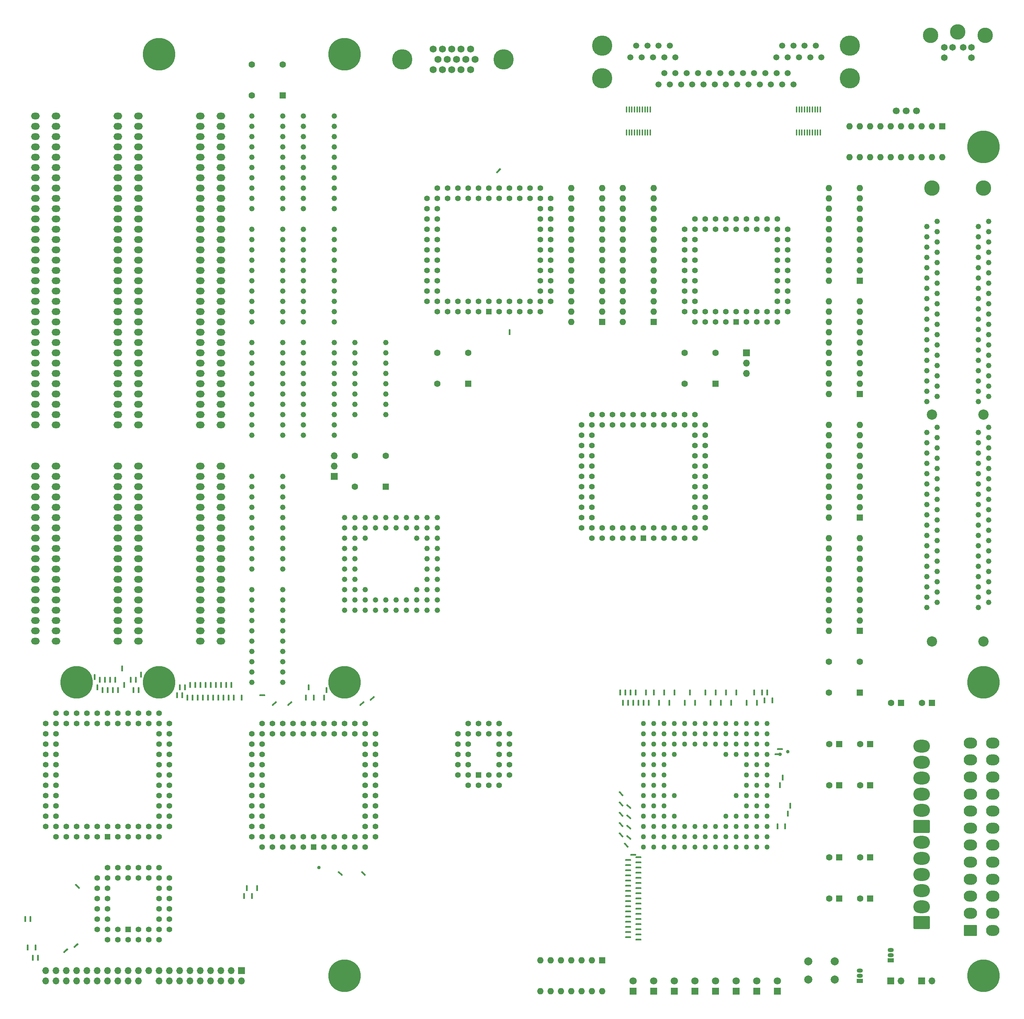
<source format=gbr>
%TF.GenerationSoftware,KiCad,Pcbnew,(7.0.0)*%
%TF.CreationDate,2023-03-30T16:00:28-05:00*%
%TF.ProjectId,Wrap030-ITX,57726170-3033-4302-9d49-54582e6b6963,1*%
%TF.SameCoordinates,Original*%
%TF.FileFunction,Soldermask,Top*%
%TF.FilePolarity,Negative*%
%FSLAX46Y46*%
G04 Gerber Fmt 4.6, Leading zero omitted, Abs format (unit mm)*
G04 Created by KiCad (PCBNEW (7.0.0)) date 2023-03-30 16:00:28*
%MOMM*%
%LPD*%
G01*
G04 APERTURE LIST*
G04 Aperture macros list*
%AMRoundRect*
0 Rectangle with rounded corners*
0 $1 Rounding radius*
0 $2 $3 $4 $5 $6 $7 $8 $9 X,Y pos of 4 corners*
0 Add a 4 corners polygon primitive as box body*
4,1,4,$2,$3,$4,$5,$6,$7,$8,$9,$2,$3,0*
0 Add four circle primitives for the rounded corners*
1,1,$1+$1,$2,$3*
1,1,$1+$1,$4,$5*
1,1,$1+$1,$6,$7*
1,1,$1+$1,$8,$9*
0 Add four rect primitives between the rounded corners*
20,1,$1+$1,$2,$3,$4,$5,0*
20,1,$1+$1,$4,$5,$6,$7,0*
20,1,$1+$1,$6,$7,$8,$9,0*
20,1,$1+$1,$8,$9,$2,$3,0*%
G04 Aperture macros list end*
%ADD10C,0.150000*%
%ADD11C,0.444500*%
%ADD12C,1.270000*%
%ADD13R,1.600000X1.600000*%
%ADD14O,1.600000X1.600000*%
%ADD15C,3.810000*%
%ADD16C,2.540000*%
%ADD17C,1.320800*%
%ADD18C,1.651000*%
%ADD19C,0.900000*%
%ADD20C,8.000000*%
%ADD21R,1.500000X1.050000*%
%ADD22O,1.500000X1.050000*%
%ADD23C,1.600000*%
%ADD24RoundRect,0.100000X-0.100000X0.637500X-0.100000X-0.637500X0.100000X-0.637500X0.100000X0.637500X0*%
%ADD25C,1.700000*%
%ADD26R,1.422400X1.422400*%
%ADD27C,1.422400*%
%ADD28O,2.159000X1.651000*%
%ADD29R,1.800000X1.800000*%
%ADD30C,1.800000*%
%ADD31C,2.000000*%
%ADD32RoundRect,0.250000X1.800000X-1.330000X1.800000X1.330000X-1.800000X1.330000X-1.800000X-1.330000X0*%
%ADD33O,4.100000X3.160000*%
%ADD34R,1.700000X1.700000*%
%ADD35O,1.700000X1.700000*%
%ADD36RoundRect,0.250001X1.399999X-1.099999X1.399999X1.099999X-1.399999X1.099999X-1.399999X-1.099999X0*%
%ADD37O,3.300000X2.700000*%
%ADD38C,5.000000*%
%ADD39C,1.750000*%
%ADD40C,1.500000*%
G04 APERTURE END LIST*
D10*
G36*
X52197001Y-189230000D02*
G01*
X51942999Y-189230000D01*
X51943000Y-187960000D01*
X52197000Y-187960000D01*
X52197001Y-189230000D01*
G37*
X52197001Y-189230000D02*
X51942999Y-189230000D01*
X51943000Y-187960000D01*
X52197000Y-187960000D01*
X52197001Y-189230000D01*
G36*
X43904803Y-237400197D02*
G01*
X43725197Y-237579803D01*
X42827172Y-236681777D01*
X43006777Y-236502172D01*
X43904803Y-237400197D01*
G37*
X43904803Y-237400197D02*
X43725197Y-237579803D01*
X42827172Y-236681777D01*
X43006777Y-236502172D01*
X43904803Y-237400197D01*
G36*
X147672828Y-60151777D02*
G01*
X146774803Y-61049803D01*
X146595197Y-60870197D01*
X147493223Y-59972172D01*
X147672828Y-60151777D01*
G37*
X147672828Y-60151777D02*
X146774803Y-61049803D01*
X146595197Y-60870197D01*
X147493223Y-59972172D01*
X147672828Y-60151777D01*
G36*
X216662001Y-212725000D02*
G01*
X216407999Y-212725000D01*
X216408000Y-211455000D01*
X216662000Y-211455000D01*
X216662001Y-212725000D01*
G37*
X216662001Y-212725000D02*
X216407999Y-212725000D01*
X216408000Y-211455000D01*
X216662000Y-211455000D01*
X216662001Y-212725000D01*
X178435000Y-231648000D02*
X179705000Y-231648000D01*
X179705000Y-231648000D02*
X179705000Y-231902000D01*
X179705000Y-231902000D02*
X178435000Y-231902000D01*
X178435000Y-231902000D02*
X178435000Y-231648000D01*
G36*
X178435000Y-231648000D02*
G01*
X179705000Y-231648000D01*
X179705000Y-231902000D01*
X178435000Y-231902000D01*
X178435000Y-231648000D01*
G37*
G36*
X96237828Y-191596777D02*
G01*
X95339803Y-192494803D01*
X95160197Y-192315197D01*
X96058223Y-191417172D01*
X96237828Y-191596777D01*
G37*
X96237828Y-191596777D02*
X95339803Y-192494803D01*
X95160197Y-192315197D01*
X96058223Y-191417172D01*
X96237828Y-191596777D01*
G36*
X33782001Y-255270000D02*
G01*
X33527999Y-255270000D01*
X33528000Y-254000000D01*
X33782000Y-254000000D01*
X33782001Y-255270000D01*
G37*
X33782001Y-255270000D02*
X33527999Y-255270000D01*
X33528000Y-254000000D01*
X33782000Y-254000000D01*
X33782001Y-255270000D01*
G36*
X219202001Y-217805000D02*
G01*
X218947999Y-217805000D01*
X218948000Y-216535000D01*
X219202000Y-216535000D01*
X219202001Y-217805000D01*
G37*
X219202001Y-217805000D02*
X218947999Y-217805000D01*
X218948000Y-216535000D01*
X219202000Y-216535000D01*
X219202001Y-217805000D01*
G36*
X80772001Y-191135000D02*
G01*
X80517999Y-191135000D01*
X80518000Y-189865000D01*
X80772000Y-189865000D01*
X80772001Y-191135000D01*
G37*
X80772001Y-191135000D02*
X80517999Y-191135000D01*
X80518000Y-189865000D01*
X80772000Y-189865000D01*
X80772001Y-191135000D01*
D11*
X216757250Y-204470000D02*
G75*
G03*
X216757250Y-204470000I-222250J0D01*
G01*
D10*
G36*
X180467001Y-192405000D02*
G01*
X180212999Y-192405000D01*
X180213000Y-191135000D01*
X180467000Y-191135000D01*
X180467001Y-192405000D01*
G37*
X180467001Y-192405000D02*
X180212999Y-192405000D01*
X180213000Y-191135000D01*
X180467000Y-191135000D01*
X180467001Y-192405000D01*
G36*
X205867001Y-189865000D02*
G01*
X205612999Y-189865000D01*
X205613000Y-188595000D01*
X205867000Y-188595000D01*
X205867001Y-189865000D01*
G37*
X205867001Y-189865000D02*
X205612999Y-189865000D01*
X205613000Y-188595000D01*
X205867000Y-188595000D01*
X205867001Y-189865000D01*
G36*
X177927001Y-192405000D02*
G01*
X177672999Y-192405000D01*
X177673000Y-191135000D01*
X177927000Y-191135000D01*
X177927001Y-192405000D01*
G37*
X177927001Y-192405000D02*
X177672999Y-192405000D01*
X177673000Y-191135000D01*
X177927000Y-191135000D01*
X177927001Y-192405000D01*
X180975000Y-232283000D02*
X182245000Y-232283000D01*
X182245000Y-232283000D02*
X182245000Y-232537000D01*
X182245000Y-232537000D02*
X180975000Y-232537000D01*
X180975000Y-232537000D02*
X180975000Y-232283000D01*
G36*
X180975000Y-232283000D02*
G01*
X182245000Y-232283000D01*
X182245000Y-232537000D01*
X180975000Y-232537000D01*
X180975000Y-232283000D01*
G37*
X178435000Y-239268000D02*
X179705000Y-239268000D01*
X179705000Y-239268000D02*
X179705000Y-239522000D01*
X179705000Y-239522000D02*
X178435000Y-239522000D01*
X178435000Y-239522000D02*
X178435000Y-239268000D01*
G36*
X178435000Y-239268000D02*
G01*
X179705000Y-239268000D01*
X179705000Y-239522000D01*
X178435000Y-239522000D01*
X178435000Y-239268000D01*
G37*
X178435000Y-230378000D02*
X179705000Y-230378000D01*
X179705000Y-230378000D02*
X179705000Y-230632000D01*
X179705000Y-230632000D02*
X178435000Y-230632000D01*
X178435000Y-230632000D02*
X178435000Y-230378000D01*
G36*
X178435000Y-230378000D02*
G01*
X179705000Y-230378000D01*
X179705000Y-230632000D01*
X178435000Y-230632000D01*
X178435000Y-230378000D01*
G37*
G36*
X73787001Y-187960000D02*
G01*
X73532999Y-187960000D01*
X73533000Y-186690000D01*
X73787000Y-186690000D01*
X73787001Y-187960000D01*
G37*
X73787001Y-187960000D02*
X73532999Y-187960000D01*
X73533000Y-186690000D01*
X73787000Y-186690000D01*
X73787001Y-187960000D01*
G36*
X76962001Y-191135000D02*
G01*
X76707999Y-191135000D01*
X76708000Y-189865000D01*
X76962000Y-189865000D01*
X76962001Y-191135000D01*
G37*
X76962001Y-191135000D02*
X76707999Y-191135000D01*
X76708000Y-189865000D01*
X76962000Y-189865000D01*
X76962001Y-191135000D01*
G36*
X213487001Y-189865000D02*
G01*
X213232999Y-189865000D01*
X213233000Y-188595000D01*
X213487000Y-188595000D01*
X213487001Y-189865000D01*
G37*
X213487001Y-189865000D02*
X213232999Y-189865000D01*
X213233000Y-188595000D01*
X213487000Y-188595000D01*
X213487001Y-189865000D01*
X180975000Y-229743000D02*
X182245000Y-229743000D01*
X182245000Y-229743000D02*
X182245000Y-229997000D01*
X182245000Y-229997000D02*
X180975000Y-229997000D01*
X180975000Y-229997000D02*
X180975000Y-229743000D01*
G36*
X180975000Y-229743000D02*
G01*
X182245000Y-229743000D01*
X182245000Y-229997000D01*
X180975000Y-229997000D01*
X180975000Y-229743000D01*
G37*
G36*
X179197001Y-192405000D02*
G01*
X178942999Y-192405000D01*
X178943000Y-191135000D01*
X179197000Y-191135000D01*
X179197001Y-192405000D01*
G37*
X179197001Y-192405000D02*
X178942999Y-192405000D01*
X178943000Y-191135000D01*
X179197000Y-191135000D01*
X179197001Y-192405000D01*
G36*
X104902001Y-189230000D02*
G01*
X104647999Y-189230000D01*
X104648000Y-187960000D01*
X104902000Y-187960000D01*
X104902001Y-189230000D01*
G37*
X104902001Y-189230000D02*
X104647999Y-189230000D01*
X104648000Y-187960000D01*
X104902000Y-187960000D01*
X104902001Y-189230000D01*
G36*
X189357001Y-192405000D02*
G01*
X189102999Y-192405000D01*
X189103000Y-191135000D01*
X189357000Y-191135000D01*
X189357001Y-192405000D01*
G37*
X189357001Y-192405000D02*
X189102999Y-192405000D01*
X189103000Y-191135000D01*
X189357000Y-191135000D01*
X189357001Y-192405000D01*
X178435000Y-240538000D02*
X179705000Y-240538000D01*
X179705000Y-240538000D02*
X179705000Y-240792000D01*
X179705000Y-240792000D02*
X178435000Y-240792000D01*
X178435000Y-240792000D02*
X178435000Y-240538000D01*
G36*
X178435000Y-240538000D02*
G01*
X179705000Y-240538000D01*
X179705000Y-240792000D01*
X178435000Y-240792000D01*
X178435000Y-240538000D01*
G37*
G36*
X208407001Y-192405000D02*
G01*
X208152999Y-192405000D01*
X208153000Y-191135000D01*
X208407000Y-191135000D01*
X208407001Y-192405000D01*
G37*
X208407001Y-192405000D02*
X208152999Y-192405000D01*
X208153000Y-191135000D01*
X208407000Y-191135000D01*
X208407001Y-192405000D01*
X178435000Y-243078000D02*
X179705000Y-243078000D01*
X179705000Y-243078000D02*
X179705000Y-243332000D01*
X179705000Y-243332000D02*
X178435000Y-243332000D01*
X178435000Y-243332000D02*
X178435000Y-243078000D01*
G36*
X178435000Y-243078000D02*
G01*
X179705000Y-243078000D01*
X179705000Y-243332000D01*
X178435000Y-243332000D01*
X178435000Y-243078000D01*
G37*
G36*
X212217001Y-189865000D02*
G01*
X211962999Y-189865000D01*
X211963000Y-188595000D01*
X212217000Y-188595000D01*
X212217001Y-189865000D01*
G37*
X212217001Y-189865000D02*
X211962999Y-189865000D01*
X211963000Y-188595000D01*
X212217000Y-188595000D01*
X212217001Y-189865000D01*
X178435000Y-237998000D02*
X179705000Y-237998000D01*
X179705000Y-237998000D02*
X179705000Y-238252000D01*
X179705000Y-238252000D02*
X178435000Y-238252000D01*
X178435000Y-238252000D02*
X178435000Y-237998000D01*
G36*
X178435000Y-237998000D02*
G01*
X179705000Y-237998000D01*
X179705000Y-238252000D01*
X178435000Y-238252000D01*
X178435000Y-237998000D01*
G37*
X180975000Y-244983000D02*
X182245000Y-244983000D01*
X182245000Y-244983000D02*
X182245000Y-245237000D01*
X182245000Y-245237000D02*
X180975000Y-245237000D01*
X180975000Y-245237000D02*
X180975000Y-244983000D01*
G36*
X180975000Y-244983000D02*
G01*
X182245000Y-244983000D01*
X182245000Y-245237000D01*
X180975000Y-245237000D01*
X180975000Y-244983000D01*
G37*
G36*
X77597001Y-187960000D02*
G01*
X77342999Y-187960000D01*
X77343000Y-186690000D01*
X77597000Y-186690000D01*
X77597001Y-187960000D01*
G37*
X77597001Y-187960000D02*
X77342999Y-187960000D01*
X77343000Y-186690000D01*
X77597000Y-186690000D01*
X77597001Y-187960000D01*
G36*
X179832001Y-189865000D02*
G01*
X179577999Y-189865000D01*
X179578000Y-188595000D01*
X179832000Y-188595000D01*
X179832001Y-189865000D01*
G37*
X179832001Y-189865000D02*
X179577999Y-189865000D01*
X179578000Y-188595000D01*
X179832000Y-188595000D01*
X179832001Y-189865000D01*
G36*
X190627001Y-189865000D02*
G01*
X190372999Y-189865000D01*
X190373000Y-188595000D01*
X190627000Y-188595000D01*
X190627001Y-189865000D01*
G37*
X190627001Y-189865000D02*
X190372999Y-189865000D01*
X190373000Y-188595000D01*
X190627000Y-188595000D01*
X190627001Y-189865000D01*
X180975000Y-247523000D02*
X182245000Y-247523000D01*
X182245000Y-247523000D02*
X182245000Y-247777000D01*
X182245000Y-247777000D02*
X180975000Y-247777000D01*
X180975000Y-247777000D02*
X180975000Y-247523000D01*
G36*
X180975000Y-247523000D02*
G01*
X182245000Y-247523000D01*
X182245000Y-247777000D01*
X180975000Y-247777000D01*
X180975000Y-247523000D01*
G37*
G36*
X40992828Y-252556777D02*
G01*
X40094803Y-253454803D01*
X39915197Y-253275197D01*
X40813223Y-252377172D01*
X40992828Y-252556777D01*
G37*
X40992828Y-252556777D02*
X40094803Y-253454803D01*
X39915197Y-253275197D01*
X40813223Y-252377172D01*
X40992828Y-252556777D01*
G36*
X51562001Y-186690000D02*
G01*
X51307999Y-186690000D01*
X51308000Y-185420000D01*
X51562000Y-185420000D01*
X51562001Y-186690000D01*
G37*
X51562001Y-186690000D02*
X51307999Y-186690000D01*
X51308000Y-185420000D01*
X51562000Y-185420000D01*
X51562001Y-186690000D01*
G36*
X183642001Y-189865000D02*
G01*
X183387999Y-189865000D01*
X183388000Y-188595000D01*
X183642000Y-188595000D01*
X183642001Y-189865000D01*
G37*
X183642001Y-189865000D02*
X183387999Y-189865000D01*
X183388000Y-188595000D01*
X183642000Y-188595000D01*
X183642001Y-189865000D01*
X88265000Y-189738000D02*
X89535000Y-189738000D01*
X89535000Y-189738000D02*
X89535000Y-189992000D01*
X89535000Y-189992000D02*
X88265000Y-189992000D01*
X88265000Y-189992000D02*
X88265000Y-189738000D01*
G36*
X88265000Y-189738000D02*
G01*
X89535000Y-189738000D01*
X89535000Y-189992000D01*
X88265000Y-189992000D01*
X88265000Y-189738000D01*
G37*
G36*
X48387001Y-188595000D02*
G01*
X48132999Y-188595000D01*
X48133000Y-187325000D01*
X48387000Y-187325000D01*
X48387001Y-188595000D01*
G37*
X48387001Y-188595000D02*
X48132999Y-188595000D01*
X48133000Y-187325000D01*
X48387000Y-187325000D01*
X48387001Y-188595000D01*
G36*
X72517001Y-187960000D02*
G01*
X72262999Y-187960000D01*
X72263000Y-186690000D01*
X72517000Y-186690000D01*
X72517001Y-187960000D01*
G37*
X72517001Y-187960000D02*
X72262999Y-187960000D01*
X72263000Y-186690000D01*
X72517000Y-186690000D01*
X72517001Y-187960000D01*
G36*
X100457001Y-188595000D02*
G01*
X100202999Y-188595000D01*
X100203000Y-187325000D01*
X100457000Y-187325000D01*
X100457001Y-188595000D01*
G37*
X100457001Y-188595000D02*
X100202999Y-188595000D01*
X100203000Y-187325000D01*
X100457000Y-187325000D01*
X100457001Y-188595000D01*
G36*
X177292001Y-189865000D02*
G01*
X177037999Y-189865000D01*
X177038000Y-188595000D01*
X177292000Y-188595000D01*
X177292001Y-189865000D01*
G37*
X177292001Y-189865000D02*
X177037999Y-189865000D01*
X177038000Y-188595000D01*
X177292000Y-188595000D01*
X177292001Y-189865000D01*
G36*
X177889803Y-222160197D02*
G01*
X177710197Y-222339803D01*
X176812172Y-221441777D01*
X176991777Y-221262172D01*
X177889803Y-222160197D01*
G37*
X177889803Y-222160197D02*
X177710197Y-222339803D01*
X176812172Y-221441777D01*
X176991777Y-221262172D01*
X177889803Y-222160197D01*
X178435000Y-236728000D02*
X179705000Y-236728000D01*
X179705000Y-236728000D02*
X179705000Y-236982000D01*
X179705000Y-236982000D02*
X178435000Y-236982000D01*
X178435000Y-236982000D02*
X178435000Y-236728000D01*
G36*
X178435000Y-236728000D02*
G01*
X179705000Y-236728000D01*
X179705000Y-236982000D01*
X178435000Y-236982000D01*
X178435000Y-236728000D01*
G37*
X180975000Y-248793000D02*
X182245000Y-248793000D01*
X182245000Y-248793000D02*
X182245000Y-249047000D01*
X182245000Y-249047000D02*
X180975000Y-249047000D01*
X180975000Y-249047000D02*
X180975000Y-248793000D01*
G36*
X180975000Y-248793000D02*
G01*
X182245000Y-248793000D01*
X182245000Y-249047000D01*
X180975000Y-249047000D01*
X180975000Y-248793000D01*
G37*
G36*
X200787001Y-189865000D02*
G01*
X200532999Y-189865000D01*
X200533000Y-188595000D01*
X200787000Y-188595000D01*
X200787001Y-189865000D01*
G37*
X200787001Y-189865000D02*
X200532999Y-189865000D01*
X200533000Y-188595000D01*
X200787000Y-188595000D01*
X200787001Y-189865000D01*
X180975000Y-233553000D02*
X182245000Y-233553000D01*
X182245000Y-233553000D02*
X182245000Y-233807000D01*
X182245000Y-233807000D02*
X180975000Y-233807000D01*
X180975000Y-233807000D02*
X180975000Y-233553000D01*
G36*
X180975000Y-233553000D02*
G01*
X182245000Y-233553000D01*
X182245000Y-233807000D01*
X180975000Y-233807000D01*
X180975000Y-233553000D01*
G37*
G36*
X75057001Y-187960000D02*
G01*
X74802999Y-187960000D01*
X74803000Y-186690000D01*
X75057000Y-186690000D01*
X75057001Y-187960000D01*
G37*
X75057001Y-187960000D02*
X74802999Y-187960000D01*
X74803000Y-186690000D01*
X75057000Y-186690000D01*
X75057001Y-187960000D01*
G36*
X71247001Y-187960000D02*
G01*
X70992999Y-187960000D01*
X70993000Y-186690000D01*
X71247000Y-186690000D01*
X71247001Y-187960000D01*
G37*
X71247001Y-187960000D02*
X70992999Y-187960000D01*
X70993000Y-186690000D01*
X71247000Y-186690000D01*
X71247001Y-187960000D01*
G36*
X49657001Y-189230000D02*
G01*
X49402999Y-189230000D01*
X49403000Y-187960000D01*
X49657000Y-187960000D01*
X49657001Y-189230000D01*
G37*
X49657001Y-189230000D02*
X49402999Y-189230000D01*
X49403000Y-187960000D01*
X49657000Y-187960000D01*
X49657001Y-189230000D01*
G36*
X195707001Y-192405000D02*
G01*
X195452999Y-192405000D01*
X195453000Y-191135000D01*
X195707000Y-191135000D01*
X195707001Y-192405000D01*
G37*
X195707001Y-192405000D02*
X195452999Y-192405000D01*
X195453000Y-191135000D01*
X195707000Y-191135000D01*
X195707001Y-192405000D01*
X178435000Y-235458000D02*
X179705000Y-235458000D01*
X179705000Y-235458000D02*
X179705000Y-235712000D01*
X179705000Y-235712000D02*
X178435000Y-235712000D01*
X178435000Y-235712000D02*
X178435000Y-235458000D01*
G36*
X178435000Y-235458000D02*
G01*
X179705000Y-235458000D01*
X179705000Y-235712000D01*
X178435000Y-235712000D01*
X178435000Y-235458000D01*
G37*
D11*
X103092250Y-232410000D02*
G75*
G03*
X103092250Y-232410000I-222250J0D01*
G01*
D10*
G36*
X54991001Y-187960000D02*
G01*
X54736999Y-187960000D01*
X54737000Y-186690000D01*
X54991000Y-186690000D01*
X54991001Y-187960000D01*
G37*
X54991001Y-187960000D02*
X54736999Y-187960000D01*
X54737000Y-186690000D01*
X54991000Y-186690000D01*
X54991001Y-187960000D01*
G36*
X69977001Y-188595000D02*
G01*
X69722999Y-188595000D01*
X69723000Y-187325000D01*
X69977000Y-187325000D01*
X69977001Y-188595000D01*
G37*
X69977001Y-188595000D02*
X69722999Y-188595000D01*
X69723000Y-187325000D01*
X69977000Y-187325000D01*
X69977001Y-188595000D01*
G36*
X85217001Y-238125000D02*
G01*
X84962999Y-238125000D01*
X84963000Y-236855000D01*
X85217000Y-236855000D01*
X85217001Y-238125000D01*
G37*
X85217001Y-238125000D02*
X84962999Y-238125000D01*
X84963000Y-236855000D01*
X85217000Y-236855000D01*
X85217001Y-238125000D01*
G36*
X70612001Y-191135000D02*
G01*
X70357999Y-191135000D01*
X70358000Y-189865000D01*
X70612000Y-189865000D01*
X70612001Y-191135000D01*
G37*
X70612001Y-191135000D02*
X70357999Y-191135000D01*
X70358000Y-189865000D01*
X70612000Y-189865000D01*
X70612001Y-191135000D01*
G36*
X116557828Y-190326777D02*
G01*
X115659803Y-191224803D01*
X115480197Y-191045197D01*
X116378223Y-190147172D01*
X116557828Y-190326777D01*
G37*
X116557828Y-190326777D02*
X115659803Y-191224803D01*
X115480197Y-191045197D01*
X116378223Y-190147172D01*
X116557828Y-190326777D01*
G36*
X179794803Y-225335197D02*
G01*
X179615197Y-225514803D01*
X178717172Y-224616777D01*
X178896777Y-224437172D01*
X179794803Y-225335197D01*
G37*
X179794803Y-225335197D02*
X179615197Y-225514803D01*
X178717172Y-224616777D01*
X178896777Y-224437172D01*
X179794803Y-225335197D01*
G36*
X198247001Y-189865000D02*
G01*
X197992999Y-189865000D01*
X197993000Y-188595000D01*
X198247000Y-188595000D01*
X198247001Y-189865000D01*
G37*
X198247001Y-189865000D02*
X197992999Y-189865000D01*
X197993000Y-188595000D01*
X198247000Y-188595000D01*
X198247001Y-189865000D01*
G36*
X74422001Y-191135000D02*
G01*
X74167999Y-191135000D01*
X74168000Y-189865000D01*
X74422000Y-189865000D01*
X74422001Y-191135000D01*
G37*
X74422001Y-191135000D02*
X74167999Y-191135000D01*
X74168000Y-189865000D01*
X74422000Y-189865000D01*
X74422001Y-191135000D01*
G36*
X218567001Y-219710000D02*
G01*
X218312999Y-219710000D01*
X218313000Y-218440000D01*
X218567000Y-218440000D01*
X218567001Y-219710000D01*
G37*
X218567001Y-219710000D02*
X218312999Y-219710000D01*
X218313000Y-218440000D01*
X218567000Y-218440000D01*
X218567001Y-219710000D01*
G36*
X68072001Y-190500000D02*
G01*
X67817999Y-190500000D01*
X67818000Y-189230000D01*
X68072000Y-189230000D01*
X68072001Y-190500000D01*
G37*
X68072001Y-190500000D02*
X67817999Y-190500000D01*
X67818000Y-189230000D01*
X68072000Y-189230000D01*
X68072001Y-190500000D01*
G36*
X185547001Y-189865000D02*
G01*
X185292999Y-189865000D01*
X185293000Y-188595000D01*
X185547000Y-188595000D01*
X185547001Y-189865000D01*
G37*
X185547001Y-189865000D02*
X185292999Y-189865000D01*
X185293000Y-188595000D01*
X185547000Y-188595000D01*
X185547001Y-189865000D01*
G36*
X80137001Y-187960000D02*
G01*
X79882999Y-187960000D01*
X79883000Y-186690000D01*
X80137000Y-186690000D01*
X80137001Y-187960000D01*
G37*
X80137001Y-187960000D02*
X79882999Y-187960000D01*
X79883000Y-186690000D01*
X80137000Y-186690000D01*
X80137001Y-187960000D01*
G36*
X114017828Y-191596777D02*
G01*
X113119803Y-192494803D01*
X112940197Y-192315197D01*
X113838223Y-191417172D01*
X114017828Y-191596777D01*
G37*
X114017828Y-191596777D02*
X113119803Y-192494803D01*
X112940197Y-192315197D01*
X113838223Y-191417172D01*
X114017828Y-191596777D01*
G36*
X177889803Y-219620197D02*
G01*
X177710197Y-219799803D01*
X176812172Y-218901777D01*
X176991777Y-218722172D01*
X177889803Y-219620197D01*
G37*
X177889803Y-219620197D02*
X177710197Y-219799803D01*
X176812172Y-218901777D01*
X176991777Y-218722172D01*
X177889803Y-219620197D01*
X180975000Y-239903000D02*
X182245000Y-239903000D01*
X182245000Y-239903000D02*
X182245000Y-240157000D01*
X182245000Y-240157000D02*
X180975000Y-240157000D01*
X180975000Y-240157000D02*
X180975000Y-239903000D01*
G36*
X180975000Y-239903000D02*
G01*
X182245000Y-239903000D01*
X182245000Y-240157000D01*
X180975000Y-240157000D01*
X180975000Y-239903000D01*
G37*
G36*
X194437001Y-189865000D02*
G01*
X194182999Y-189865000D01*
X194183000Y-188595000D01*
X194437000Y-188595000D01*
X194437001Y-189865000D01*
G37*
X194437001Y-189865000D02*
X194182999Y-189865000D01*
X194183000Y-188595000D01*
X194437000Y-188595000D01*
X194437001Y-189865000D01*
G36*
X76327001Y-187960000D02*
G01*
X76072999Y-187960000D01*
X76073000Y-186690000D01*
X76327000Y-186690000D01*
X76327001Y-187960000D01*
G37*
X76327001Y-187960000D02*
X76072999Y-187960000D01*
X76073000Y-186690000D01*
X76327000Y-186690000D01*
X76327001Y-187960000D01*
X180975000Y-250063000D02*
X182245000Y-250063000D01*
X182245000Y-250063000D02*
X182245000Y-250317000D01*
X182245000Y-250317000D02*
X180975000Y-250317000D01*
X180975000Y-250317000D02*
X180975000Y-250063000D01*
G36*
X180975000Y-250063000D02*
G01*
X182245000Y-250063000D01*
X182245000Y-250317000D01*
X180975000Y-250317000D01*
X180975000Y-250063000D01*
G37*
G36*
X33147001Y-252730000D02*
G01*
X32892999Y-252730000D01*
X32893000Y-251460000D01*
X33147000Y-251460000D01*
X33147001Y-252730000D01*
G37*
X33147001Y-252730000D02*
X32892999Y-252730000D01*
X32893000Y-251460000D01*
X33147000Y-251460000D01*
X33147001Y-252730000D01*
X180975000Y-242443000D02*
X182245000Y-242443000D01*
X182245000Y-242443000D02*
X182245000Y-242697000D01*
X182245000Y-242697000D02*
X180975000Y-242697000D01*
X180975000Y-242697000D02*
X180975000Y-242443000D01*
G36*
X180975000Y-242443000D02*
G01*
X182245000Y-242443000D01*
X182245000Y-242697000D01*
X180975000Y-242697000D01*
X180975000Y-242443000D01*
G37*
G36*
X71882001Y-191135000D02*
G01*
X71627999Y-191135000D01*
X71628000Y-189865000D01*
X71882000Y-189865000D01*
X71882001Y-191135000D01*
G37*
X71882001Y-191135000D02*
X71627999Y-191135000D01*
X71628000Y-189865000D01*
X71882000Y-189865000D01*
X71882001Y-191135000D01*
G36*
X32512001Y-255270000D02*
G01*
X32257999Y-255270000D01*
X32258000Y-254000000D01*
X32512000Y-254000000D01*
X32512001Y-255270000D01*
G37*
X32512001Y-255270000D02*
X32257999Y-255270000D01*
X32258000Y-254000000D01*
X32512000Y-254000000D01*
X32512001Y-255270000D01*
G36*
X99822001Y-191135000D02*
G01*
X99567999Y-191135000D01*
X99568000Y-189865000D01*
X99822000Y-189865000D01*
X99822001Y-191135000D01*
G37*
X99822001Y-191135000D02*
X99567999Y-191135000D01*
X99568000Y-189865000D01*
X99822000Y-189865000D01*
X99822001Y-191135000D01*
X180975000Y-237363000D02*
X182245000Y-237363000D01*
X182245000Y-237363000D02*
X182245000Y-237617000D01*
X182245000Y-237617000D02*
X180975000Y-237617000D01*
X180975000Y-237617000D02*
X180975000Y-237363000D01*
G36*
X180975000Y-237363000D02*
G01*
X182245000Y-237363000D01*
X182245000Y-237617000D01*
X180975000Y-237617000D01*
X180975000Y-237363000D01*
G37*
G36*
X179794803Y-220255197D02*
G01*
X179615197Y-220434803D01*
X178717172Y-219536777D01*
X178896777Y-219357172D01*
X179794803Y-220255197D01*
G37*
X179794803Y-220255197D02*
X179615197Y-220434803D01*
X178717172Y-219536777D01*
X178896777Y-219357172D01*
X179794803Y-220255197D01*
G36*
X81407001Y-187960000D02*
G01*
X81152999Y-187960000D01*
X81153000Y-186690000D01*
X81407000Y-186690000D01*
X81407001Y-187960000D01*
G37*
X81407001Y-187960000D02*
X81152999Y-187960000D01*
X81153000Y-186690000D01*
X81407000Y-186690000D01*
X81407001Y-187960000D01*
G36*
X177889803Y-224700197D02*
G01*
X177710197Y-224879803D01*
X176812172Y-223981777D01*
X176991777Y-223802172D01*
X177889803Y-224700197D01*
G37*
X177889803Y-224700197D02*
X177710197Y-224879803D01*
X176812172Y-223981777D01*
X176991777Y-223802172D01*
X177889803Y-224700197D01*
X180975000Y-234823000D02*
X182245000Y-234823000D01*
X182245000Y-234823000D02*
X182245000Y-235077000D01*
X182245000Y-235077000D02*
X180975000Y-235077000D01*
X180975000Y-235077000D02*
X180975000Y-234823000D01*
G36*
X180975000Y-234823000D02*
G01*
X182245000Y-234823000D01*
X182245000Y-235077000D01*
X180975000Y-235077000D01*
X180975000Y-234823000D01*
G37*
G36*
X31242001Y-252730000D02*
G01*
X30987999Y-252730000D01*
X30988000Y-251460000D01*
X31242000Y-251460000D01*
X31242001Y-252730000D01*
G37*
X31242001Y-252730000D02*
X30987999Y-252730000D01*
X30988000Y-251460000D01*
X31242000Y-251460000D01*
X31242001Y-252730000D01*
G36*
X79502001Y-191135000D02*
G01*
X79247999Y-191135000D01*
X79248000Y-189865000D01*
X79502000Y-189865000D01*
X79502001Y-191135000D01*
G37*
X79502001Y-191135000D02*
X79247999Y-191135000D01*
X79248000Y-189865000D01*
X79502000Y-189865000D01*
X79502001Y-191135000D01*
G36*
X57912001Y-186690000D02*
G01*
X57657999Y-186690000D01*
X57658000Y-185420000D01*
X57912000Y-185420000D01*
X57912001Y-186690000D01*
G37*
X57912001Y-186690000D02*
X57657999Y-186690000D01*
X57658000Y-185420000D01*
X57912000Y-185420000D01*
X57912001Y-186690000D01*
G36*
X217297001Y-210820000D02*
G01*
X217042999Y-210820000D01*
X217043000Y-209550000D01*
X217297000Y-209550000D01*
X217297001Y-210820000D01*
G37*
X217297001Y-210820000D02*
X217042999Y-210820000D01*
X217043000Y-209550000D01*
X217297000Y-209550000D01*
X217297001Y-210820000D01*
G36*
X181737001Y-192405000D02*
G01*
X181482999Y-192405000D01*
X181483000Y-191135000D01*
X181737000Y-191135000D01*
X181737001Y-192405000D01*
G37*
X181737001Y-192405000D02*
X181482999Y-192405000D01*
X181483000Y-191135000D01*
X181737000Y-191135000D01*
X181737001Y-192405000D01*
X178435000Y-249428000D02*
X179705000Y-249428000D01*
X179705000Y-249428000D02*
X179705000Y-249682000D01*
X179705000Y-249682000D02*
X178435000Y-249682000D01*
X178435000Y-249682000D02*
X178435000Y-249428000D01*
G36*
X178435000Y-249428000D02*
G01*
X179705000Y-249428000D01*
X179705000Y-249682000D01*
X178435000Y-249682000D01*
X178435000Y-249428000D01*
G37*
X178435000Y-232918000D02*
X179705000Y-232918000D01*
X179705000Y-232918000D02*
X179705000Y-233172000D01*
X179705000Y-233172000D02*
X178435000Y-233172000D01*
X178435000Y-233172000D02*
X178435000Y-232918000D01*
G36*
X178435000Y-232918000D02*
G01*
X179705000Y-232918000D01*
X179705000Y-233172000D01*
X178435000Y-233172000D01*
X178435000Y-232918000D01*
G37*
G36*
X101727001Y-191135000D02*
G01*
X101472999Y-191135000D01*
X101473000Y-189865000D01*
X101727000Y-189865000D01*
X101727001Y-191135000D01*
G37*
X101727001Y-191135000D02*
X101472999Y-191135000D01*
X101473000Y-189865000D01*
X101727000Y-189865000D01*
X101727001Y-191135000D01*
G36*
X210947001Y-192405000D02*
G01*
X210692999Y-192405000D01*
X210693000Y-191135000D01*
X210947000Y-191135000D01*
X210947001Y-192405000D01*
G37*
X210947001Y-192405000D02*
X210692999Y-192405000D01*
X210693000Y-191135000D01*
X210947000Y-191135000D01*
X210947001Y-192405000D01*
G36*
X214757001Y-191770000D02*
G01*
X214502999Y-191770000D01*
X214503000Y-190500000D01*
X214757000Y-190500000D01*
X214757001Y-191770000D01*
G37*
X214757001Y-191770000D02*
X214502999Y-191770000D01*
X214503000Y-190500000D01*
X214757000Y-190500000D01*
X214757001Y-191770000D01*
X178435000Y-246888000D02*
X179705000Y-246888000D01*
X179705000Y-246888000D02*
X179705000Y-247142000D01*
X179705000Y-247142000D02*
X178435000Y-247142000D01*
X178435000Y-247142000D02*
X178435000Y-246888000D01*
G36*
X178435000Y-246888000D02*
G01*
X179705000Y-246888000D01*
X179705000Y-247142000D01*
X178435000Y-247142000D01*
X178435000Y-246888000D01*
G37*
X180975000Y-236093000D02*
X182245000Y-236093000D01*
X182245000Y-236093000D02*
X182245000Y-236347000D01*
X182245000Y-236347000D02*
X180975000Y-236347000D01*
X180975000Y-236347000D02*
X180975000Y-236093000D01*
G36*
X180975000Y-236093000D02*
G01*
X182245000Y-236093000D01*
X182245000Y-236347000D01*
X180975000Y-236347000D01*
X180975000Y-236093000D01*
G37*
G36*
X73152001Y-191135000D02*
G01*
X72897999Y-191135000D01*
X72898000Y-189865000D01*
X73152000Y-189865000D01*
X73152001Y-191135000D01*
G37*
X73152001Y-191135000D02*
X72897999Y-191135000D01*
X72898000Y-189865000D01*
X73152000Y-189865000D01*
X73152001Y-191135000D01*
X180975000Y-246253000D02*
X182245000Y-246253000D01*
X182245000Y-246253000D02*
X182245000Y-246507000D01*
X182245000Y-246507000D02*
X180975000Y-246507000D01*
X180975000Y-246507000D02*
X180975000Y-246253000D01*
G36*
X180975000Y-246253000D02*
G01*
X182245000Y-246253000D01*
X182245000Y-246507000D01*
X180975000Y-246507000D01*
X180975000Y-246253000D01*
G37*
G36*
X212852001Y-191770000D02*
G01*
X212597999Y-191770000D01*
X212598000Y-190500000D01*
X212852000Y-190500000D01*
X212852001Y-191770000D01*
G37*
X212852001Y-191770000D02*
X212597999Y-191770000D01*
X212598000Y-190500000D01*
X212852000Y-190500000D01*
X212852001Y-191770000D01*
G36*
X179794803Y-217715197D02*
G01*
X179615197Y-217894803D01*
X178717172Y-216996777D01*
X178896777Y-216817172D01*
X179794803Y-217715197D01*
G37*
X179794803Y-217715197D02*
X179615197Y-217894803D01*
X178717172Y-216996777D01*
X178896777Y-216817172D01*
X179794803Y-217715197D01*
G36*
X87757001Y-238125000D02*
G01*
X87502999Y-238125000D01*
X87503000Y-236855000D01*
X87757000Y-236855000D01*
X87757001Y-238125000D01*
G37*
X87757001Y-238125000D02*
X87502999Y-238125000D01*
X87503000Y-236855000D01*
X87757000Y-236855000D01*
X87757001Y-238125000D01*
G36*
X47752001Y-186055000D02*
G01*
X47497999Y-186055000D01*
X47498000Y-184785000D01*
X47752000Y-184785000D01*
X47752001Y-186055000D01*
G37*
X47752001Y-186055000D02*
X47497999Y-186055000D01*
X47498000Y-184785000D01*
X47752000Y-184785000D01*
X47752001Y-186055000D01*
G36*
X178562001Y-189865000D02*
G01*
X178307999Y-189865000D01*
X178308000Y-188595000D01*
X178562000Y-188595000D01*
X178562001Y-189865000D01*
G37*
X178562001Y-189865000D02*
X178307999Y-189865000D01*
X178308000Y-188595000D01*
X178562000Y-188595000D01*
X178562001Y-189865000D01*
G36*
X69342001Y-190500000D02*
G01*
X69087999Y-190500000D01*
X69088000Y-189230000D01*
X69342000Y-189230000D01*
X69342001Y-190500000D01*
G37*
X69342001Y-190500000D02*
X69087999Y-190500000D01*
X69088000Y-189230000D01*
X69342000Y-189230000D01*
X69342001Y-190500000D01*
G36*
X92427828Y-191596777D02*
G01*
X91529803Y-192494803D01*
X91350197Y-192315197D01*
X92248223Y-191417172D01*
X92427828Y-191596777D01*
G37*
X92427828Y-191596777D02*
X91529803Y-192494803D01*
X91350197Y-192315197D01*
X92248223Y-191417172D01*
X92427828Y-191596777D01*
G36*
X68707001Y-188595000D02*
G01*
X68452999Y-188595000D01*
X68453000Y-187325000D01*
X68707000Y-187325000D01*
X68707001Y-188595000D01*
G37*
X68707001Y-188595000D02*
X68452999Y-188595000D01*
X68453000Y-187325000D01*
X68707000Y-187325000D01*
X68707001Y-188595000D01*
G36*
X75692001Y-191135000D02*
G01*
X75437999Y-191135000D01*
X75438000Y-189865000D01*
X75692000Y-189865000D01*
X75692001Y-191135000D01*
G37*
X75692001Y-191135000D02*
X75437999Y-191135000D01*
X75438000Y-189865000D01*
X75692000Y-189865000D01*
X75692001Y-191135000D01*
G36*
X50292001Y-186690000D02*
G01*
X50037999Y-186690000D01*
X50038000Y-185420000D01*
X50292000Y-185420000D01*
X50292001Y-186690000D01*
G37*
X50292001Y-186690000D02*
X50037999Y-186690000D01*
X50038000Y-185420000D01*
X50292000Y-185420000D01*
X50292001Y-186690000D01*
G36*
X179794803Y-222795197D02*
G01*
X179615197Y-222974803D01*
X178717172Y-222076777D01*
X178896777Y-221897172D01*
X179794803Y-222795197D01*
G37*
X179794803Y-222795197D02*
X179615197Y-222974803D01*
X178717172Y-222076777D01*
X178896777Y-221897172D01*
X179794803Y-222795197D01*
G36*
X184277001Y-192405000D02*
G01*
X184022999Y-192405000D01*
X184023000Y-191135000D01*
X184277000Y-191135000D01*
X184277001Y-192405000D01*
G37*
X184277001Y-192405000D02*
X184022999Y-192405000D01*
X184023000Y-191135000D01*
X184277000Y-191135000D01*
X184277001Y-192405000D01*
G36*
X203327001Y-189865000D02*
G01*
X203072999Y-189865000D01*
X203073000Y-188595000D01*
X203327000Y-188595000D01*
X203327001Y-189865000D01*
G37*
X203327001Y-189865000D02*
X203072999Y-189865000D01*
X203073000Y-188595000D01*
X203327000Y-188595000D01*
X203327001Y-189865000D01*
G36*
X84582001Y-240030000D02*
G01*
X84327999Y-240030000D01*
X84328000Y-238760000D01*
X84582000Y-238760000D01*
X84582001Y-240030000D01*
G37*
X84582001Y-240030000D02*
X84327999Y-240030000D01*
X84328000Y-238760000D01*
X84582000Y-238760000D01*
X84582001Y-240030000D01*
G36*
X177889803Y-214540197D02*
G01*
X177710197Y-214719803D01*
X176812172Y-213821777D01*
X176991777Y-213642172D01*
X177889803Y-214540197D01*
G37*
X177889803Y-214540197D02*
X177710197Y-214719803D01*
X176812172Y-213821777D01*
X176991777Y-213642172D01*
X177889803Y-214540197D01*
G36*
X56642001Y-186690000D02*
G01*
X56387999Y-186690000D01*
X56388000Y-185420000D01*
X56642000Y-185420000D01*
X56642001Y-186690000D01*
G37*
X56642001Y-186690000D02*
X56387999Y-186690000D01*
X56388000Y-185420000D01*
X56642000Y-185420000D01*
X56642001Y-186690000D01*
G36*
X57277001Y-189230000D02*
G01*
X57022999Y-189230000D01*
X57023000Y-187960000D01*
X57277000Y-187960000D01*
X57277001Y-189230000D01*
G37*
X57277001Y-189230000D02*
X57022999Y-189230000D01*
X57023000Y-187960000D01*
X57277000Y-187960000D01*
X57277001Y-189230000D01*
G36*
X149987001Y-100965000D02*
G01*
X149732999Y-100965000D01*
X149733000Y-99695000D01*
X149987000Y-99695000D01*
X149987001Y-100965000D01*
G37*
X149987001Y-100965000D02*
X149732999Y-100965000D01*
X149733000Y-99695000D01*
X149987000Y-99695000D01*
X149987001Y-100965000D01*
X215900000Y-203073000D02*
X217170000Y-203073000D01*
X217170000Y-203073000D02*
X217170000Y-203327000D01*
X217170000Y-203327000D02*
X215900000Y-203327000D01*
X215900000Y-203327000D02*
X215900000Y-203073000D01*
G36*
X215900000Y-203073000D02*
G01*
X217170000Y-203073000D01*
X217170000Y-203327000D01*
X215900000Y-203327000D01*
X215900000Y-203073000D01*
G37*
X180975000Y-238633000D02*
X182245000Y-238633000D01*
X182245000Y-238633000D02*
X182245000Y-238887000D01*
X182245000Y-238887000D02*
X180975000Y-238887000D01*
X180975000Y-238887000D02*
X180975000Y-238633000D01*
G36*
X180975000Y-238633000D02*
G01*
X182245000Y-238633000D01*
X182245000Y-238887000D01*
X180975000Y-238887000D01*
X180975000Y-238633000D01*
G37*
G36*
X83947001Y-191135000D02*
G01*
X83692999Y-191135000D01*
X83693000Y-189865000D01*
X83947000Y-189865000D01*
X83947001Y-191135000D01*
G37*
X83947001Y-191135000D02*
X83692999Y-191135000D01*
X83693000Y-189865000D01*
X83947000Y-189865000D01*
X83947001Y-191135000D01*
G36*
X202057001Y-192405000D02*
G01*
X201802999Y-192405000D01*
X201803000Y-191135000D01*
X202057000Y-191135000D01*
X202057001Y-192405000D01*
G37*
X202057001Y-192405000D02*
X201802999Y-192405000D01*
X201803000Y-191135000D01*
X202057000Y-191135000D01*
X202057001Y-192405000D01*
G36*
X30607001Y-245745000D02*
G01*
X30352999Y-245745000D01*
X30353000Y-244475000D01*
X30607000Y-244475000D01*
X30607001Y-245745000D01*
G37*
X30607001Y-245745000D02*
X30352999Y-245745000D01*
X30353000Y-244475000D01*
X30607000Y-244475000D01*
X30607001Y-245745000D01*
G36*
X193167001Y-192405000D02*
G01*
X192912999Y-192405000D01*
X192913000Y-191135000D01*
X193167000Y-191135000D01*
X193167001Y-192405000D01*
G37*
X193167001Y-192405000D02*
X192912999Y-192405000D01*
X192913000Y-191135000D01*
X193167000Y-191135000D01*
X193167001Y-192405000D01*
X178435000Y-248158000D02*
X179705000Y-248158000D01*
X179705000Y-248158000D02*
X179705000Y-248412000D01*
X179705000Y-248412000D02*
X178435000Y-248412000D01*
X178435000Y-248412000D02*
X178435000Y-248158000D01*
G36*
X178435000Y-248158000D02*
G01*
X179705000Y-248158000D01*
X179705000Y-248412000D01*
X178435000Y-248412000D01*
X178435000Y-248158000D01*
G37*
G36*
X104267001Y-191135000D02*
G01*
X104012999Y-191135000D01*
X104013000Y-189865000D01*
X104267000Y-189865000D01*
X104267001Y-191135000D01*
G37*
X104267001Y-191135000D02*
X104012999Y-191135000D01*
X104013000Y-189865000D01*
X104267000Y-189865000D01*
X104267001Y-191135000D01*
G36*
X31877001Y-245745000D02*
G01*
X31622999Y-245745000D01*
X31623000Y-244475000D01*
X31877000Y-244475000D01*
X31877001Y-245745000D01*
G37*
X31877001Y-245745000D02*
X31622999Y-245745000D01*
X31623000Y-244475000D01*
X31877000Y-244475000D01*
X31877001Y-245745000D01*
G36*
X59182001Y-185420000D02*
G01*
X58927999Y-185420000D01*
X58928000Y-184150000D01*
X59182000Y-184150000D01*
X59182001Y-185420000D01*
G37*
X59182001Y-185420000D02*
X58927999Y-185420000D01*
X58928000Y-184150000D01*
X59182000Y-184150000D01*
X59182001Y-185420000D01*
G36*
X82042001Y-191135000D02*
G01*
X81787999Y-191135000D01*
X81788000Y-189865000D01*
X82042000Y-189865000D01*
X82042001Y-191135000D01*
G37*
X82042001Y-191135000D02*
X81787999Y-191135000D01*
X81788000Y-189865000D01*
X82042000Y-189865000D01*
X82042001Y-191135000D01*
X178435000Y-244348000D02*
X179705000Y-244348000D01*
X179705000Y-244348000D02*
X179705000Y-244602000D01*
X179705000Y-244602000D02*
X178435000Y-244602000D01*
X178435000Y-244602000D02*
X178435000Y-244348000D01*
G36*
X178435000Y-244348000D02*
G01*
X179705000Y-244348000D01*
X179705000Y-244602000D01*
X178435000Y-244602000D01*
X178435000Y-244348000D01*
G37*
G36*
X186817001Y-192405000D02*
G01*
X186562999Y-192405000D01*
X186563000Y-191135000D01*
X186817000Y-191135000D01*
X186817001Y-192405000D01*
G37*
X186817001Y-192405000D02*
X186562999Y-192405000D01*
X186563000Y-191135000D01*
X186817000Y-191135000D01*
X186817001Y-192405000D01*
X179705000Y-229108000D02*
X180975000Y-229108000D01*
X180975000Y-229108000D02*
X180975000Y-229362000D01*
X180975000Y-229362000D02*
X179705000Y-229362000D01*
X179705000Y-229362000D02*
X179705000Y-229108000D01*
G36*
X179705000Y-229108000D02*
G01*
X180975000Y-229108000D01*
X180975000Y-229362000D01*
X179705000Y-229362000D01*
X179705000Y-229108000D01*
G37*
G36*
X181102001Y-189865000D02*
G01*
X180847999Y-189865000D01*
X180848000Y-188595000D01*
X181102000Y-188595000D01*
X181102001Y-189865000D01*
G37*
X181102001Y-189865000D02*
X180847999Y-189865000D01*
X180848000Y-188595000D01*
X181102000Y-188595000D01*
X181102001Y-189865000D01*
G36*
X217932001Y-222885000D02*
G01*
X217677999Y-222885000D01*
X217678000Y-221615000D01*
X217932000Y-221615000D01*
X217932001Y-222885000D01*
G37*
X217932001Y-222885000D02*
X217677999Y-222885000D01*
X217678000Y-221615000D01*
X217932000Y-221615000D01*
X217932001Y-222885000D01*
G36*
X54483001Y-183896000D02*
G01*
X54228999Y-183896000D01*
X54229000Y-182626000D01*
X54483000Y-182626000D01*
X54483001Y-183896000D01*
G37*
X54483001Y-183896000D02*
X54228999Y-183896000D01*
X54229000Y-182626000D01*
X54483000Y-182626000D01*
X54483001Y-183896000D01*
G36*
X114389803Y-234225197D02*
G01*
X114210197Y-234404803D01*
X113312172Y-233506777D01*
X113491777Y-233327172D01*
X114389803Y-234225197D01*
G37*
X114389803Y-234225197D02*
X114210197Y-234404803D01*
X113312172Y-233506777D01*
X113491777Y-233327172D01*
X114389803Y-234225197D01*
X180975000Y-231013000D02*
X182245000Y-231013000D01*
X182245000Y-231013000D02*
X182245000Y-231267000D01*
X182245000Y-231267000D02*
X180975000Y-231267000D01*
X180975000Y-231267000D02*
X180975000Y-231013000D01*
G36*
X180975000Y-231013000D02*
G01*
X182245000Y-231013000D01*
X182245000Y-231267000D01*
X180975000Y-231267000D01*
X180975000Y-231013000D01*
G37*
G36*
X43532828Y-251286777D02*
G01*
X42634803Y-252184803D01*
X42455197Y-252005197D01*
X43353223Y-251107172D01*
X43532828Y-251286777D01*
G37*
X43532828Y-251286777D02*
X42634803Y-252184803D01*
X42455197Y-252005197D01*
X43353223Y-251107172D01*
X43532828Y-251286777D01*
G36*
X216027001Y-222885000D02*
G01*
X215772999Y-222885000D01*
X215773000Y-221615000D01*
X216027000Y-221615000D01*
X216027001Y-222885000D01*
G37*
X216027001Y-222885000D02*
X215772999Y-222885000D01*
X215773000Y-221615000D01*
X216027000Y-221615000D01*
X216027001Y-222885000D01*
G36*
X183007001Y-192405000D02*
G01*
X182752999Y-192405000D01*
X182753000Y-191135000D01*
X183007000Y-191135000D01*
X183007001Y-192405000D01*
G37*
X183007001Y-192405000D02*
X182752999Y-192405000D01*
X182753000Y-191135000D01*
X183007000Y-191135000D01*
X183007001Y-192405000D01*
G36*
X188087001Y-189865000D02*
G01*
X187832999Y-189865000D01*
X187833000Y-188595000D01*
X188087000Y-188595000D01*
X188087001Y-189865000D01*
G37*
X188087001Y-189865000D02*
X187832999Y-189865000D01*
X187833000Y-188595000D01*
X188087000Y-188595000D01*
X188087001Y-189865000D01*
X178435000Y-241808000D02*
X179705000Y-241808000D01*
X179705000Y-241808000D02*
X179705000Y-242062000D01*
X179705000Y-242062000D02*
X178435000Y-242062000D01*
X178435000Y-242062000D02*
X178435000Y-241808000D01*
G36*
X178435000Y-241808000D02*
G01*
X179705000Y-241808000D01*
X179705000Y-242062000D01*
X178435000Y-242062000D01*
X178435000Y-241808000D01*
G37*
G36*
X199517001Y-192405000D02*
G01*
X199262999Y-192405000D01*
X199263000Y-191135000D01*
X199517000Y-191135000D01*
X199517001Y-192405000D01*
G37*
X199517001Y-192405000D02*
X199262999Y-192405000D01*
X199263000Y-191135000D01*
X199517000Y-191135000D01*
X199517001Y-192405000D01*
G36*
X179159803Y-227240197D02*
G01*
X178980197Y-227419803D01*
X178082172Y-226521777D01*
X178261777Y-226342172D01*
X179159803Y-227240197D01*
G37*
X179159803Y-227240197D02*
X178980197Y-227419803D01*
X178082172Y-226521777D01*
X178261777Y-226342172D01*
X179159803Y-227240197D01*
G36*
X50927001Y-189230000D02*
G01*
X50672999Y-189230000D01*
X50673000Y-187960000D01*
X50927000Y-187960000D01*
X50927001Y-189230000D01*
G37*
X50927001Y-189230000D02*
X50672999Y-189230000D01*
X50673000Y-187960000D01*
X50927000Y-187960000D01*
X50927001Y-189230000D01*
D11*
X218662250Y-203835000D02*
G75*
G03*
X218662250Y-203835000I-222250J0D01*
G01*
D10*
G36*
X177889803Y-217080197D02*
G01*
X177710197Y-217259803D01*
X176812172Y-216361777D01*
X176991777Y-216182172D01*
X177889803Y-217080197D01*
G37*
X177889803Y-217080197D02*
X177710197Y-217259803D01*
X176812172Y-216361777D01*
X176991777Y-216182172D01*
X177889803Y-217080197D01*
X178435000Y-234188000D02*
X179705000Y-234188000D01*
X179705000Y-234188000D02*
X179705000Y-234442000D01*
X179705000Y-234442000D02*
X178435000Y-234442000D01*
X178435000Y-234442000D02*
X178435000Y-234188000D01*
G36*
X178435000Y-234188000D02*
G01*
X179705000Y-234188000D01*
X179705000Y-234442000D01*
X178435000Y-234442000D01*
X178435000Y-234188000D01*
G37*
G36*
X78867001Y-187960000D02*
G01*
X78612999Y-187960000D01*
X78613000Y-186690000D01*
X78867000Y-186690000D01*
X78867001Y-187960000D01*
G37*
X78867001Y-187960000D02*
X78612999Y-187960000D01*
X78613000Y-186690000D01*
X78867000Y-186690000D01*
X78867001Y-187960000D01*
G36*
X210312001Y-189865000D02*
G01*
X210057999Y-189865000D01*
X210058000Y-188595000D01*
X210312000Y-188595000D01*
X210312001Y-189865000D01*
G37*
X210312001Y-189865000D02*
X210057999Y-189865000D01*
X210058000Y-188595000D01*
X210312000Y-188595000D01*
X210312001Y-189865000D01*
X180975000Y-243713000D02*
X182245000Y-243713000D01*
X182245000Y-243713000D02*
X182245000Y-243967000D01*
X182245000Y-243967000D02*
X180975000Y-243967000D01*
X180975000Y-243967000D02*
X180975000Y-243713000D01*
G36*
X180975000Y-243713000D02*
G01*
X182245000Y-243713000D01*
X182245000Y-243967000D01*
X180975000Y-243967000D01*
X180975000Y-243713000D01*
G37*
G36*
X78232001Y-191135000D02*
G01*
X77977999Y-191135000D01*
X77978000Y-189865000D01*
X78232000Y-189865000D01*
X78232001Y-191135000D01*
G37*
X78232001Y-191135000D02*
X77977999Y-191135000D01*
X77978000Y-189865000D01*
X78232000Y-189865000D01*
X78232001Y-191135000D01*
G36*
X53467001Y-189230000D02*
G01*
X53212999Y-189230000D01*
X53213000Y-187960000D01*
X53467000Y-187960000D01*
X53467001Y-189230000D01*
G37*
X53467001Y-189230000D02*
X53212999Y-189230000D01*
X53213000Y-187960000D01*
X53467000Y-187960000D01*
X53467001Y-189230000D01*
X215265000Y-204343000D02*
X216535000Y-204343000D01*
X216535000Y-204343000D02*
X216535000Y-204597000D01*
X216535000Y-204597000D02*
X215265000Y-204597000D01*
X215265000Y-204597000D02*
X215265000Y-204343000D01*
G36*
X215265000Y-204343000D02*
G01*
X216535000Y-204343000D01*
X216535000Y-204597000D01*
X215265000Y-204597000D01*
X215265000Y-204343000D01*
G37*
G36*
X58547001Y-189230000D02*
G01*
X58292999Y-189230000D01*
X58293000Y-187960000D01*
X58547000Y-187960000D01*
X58547001Y-189230000D01*
G37*
X58547001Y-189230000D02*
X58292999Y-189230000D01*
X58293000Y-187960000D01*
X58547000Y-187960000D01*
X58547001Y-189230000D01*
X178435000Y-245618000D02*
X179705000Y-245618000D01*
X179705000Y-245618000D02*
X179705000Y-245872000D01*
X179705000Y-245872000D02*
X178435000Y-245872000D01*
X178435000Y-245872000D02*
X178435000Y-245618000D01*
G36*
X178435000Y-245618000D02*
G01*
X179705000Y-245618000D01*
X179705000Y-245872000D01*
X178435000Y-245872000D01*
X178435000Y-245618000D01*
G37*
G36*
X204597001Y-192405000D02*
G01*
X204342999Y-192405000D01*
X204343000Y-191135000D01*
X204597000Y-191135000D01*
X204597001Y-192405000D01*
G37*
X204597001Y-192405000D02*
X204342999Y-192405000D01*
X204343000Y-191135000D01*
X204597000Y-191135000D01*
X204597001Y-192405000D01*
X180975000Y-241173000D02*
X182245000Y-241173000D01*
X182245000Y-241173000D02*
X182245000Y-241427000D01*
X182245000Y-241427000D02*
X180975000Y-241427000D01*
X180975000Y-241427000D02*
X180975000Y-241173000D01*
G36*
X180975000Y-241173000D02*
G01*
X182245000Y-241173000D01*
X182245000Y-241427000D01*
X180975000Y-241427000D01*
X180975000Y-241173000D01*
G37*
G36*
X86487001Y-240030000D02*
G01*
X86232999Y-240030000D01*
X86233000Y-238760000D01*
X86487000Y-238760000D01*
X86487001Y-240030000D01*
G37*
X86487001Y-240030000D02*
X86232999Y-240030000D01*
X86233000Y-238760000D01*
X86487000Y-238760000D01*
X86487001Y-240030000D01*
G36*
X49022001Y-186690000D02*
G01*
X48767999Y-186690000D01*
X48768000Y-185420000D01*
X49022000Y-185420000D01*
X49022001Y-186690000D01*
G37*
X49022001Y-186690000D02*
X48767999Y-186690000D01*
X48768000Y-185420000D01*
X49022000Y-185420000D01*
X49022001Y-186690000D01*
G36*
X52832001Y-186690000D02*
G01*
X52577999Y-186690000D01*
X52578000Y-185420000D01*
X52832000Y-185420000D01*
X52832001Y-186690000D01*
G37*
X52832001Y-186690000D02*
X52577999Y-186690000D01*
X52578000Y-185420000D01*
X52832000Y-185420000D01*
X52832001Y-186690000D01*
G36*
X108674803Y-234225197D02*
G01*
X108495197Y-234404803D01*
X107597172Y-233506777D01*
X107776777Y-233327172D01*
X108674803Y-234225197D01*
G37*
X108674803Y-234225197D02*
X108495197Y-234404803D01*
X107597172Y-233506777D01*
X107776777Y-233327172D01*
X108674803Y-234225197D01*
D12*
%TO.C,CPU1*%
X213360000Y-227330000D03*
X210820000Y-227330000D03*
X208280000Y-227330000D03*
X205740000Y-227330000D03*
X203200000Y-227330000D03*
X200660000Y-227330000D03*
X198120000Y-227330000D03*
X195580000Y-227330000D03*
X193040000Y-227330000D03*
X190500000Y-227330000D03*
X187960000Y-227330000D03*
X185420000Y-227330000D03*
X182880000Y-227330000D03*
X213360000Y-224790000D03*
X210820000Y-224790000D03*
X208280000Y-224790000D03*
X205740000Y-224790000D03*
X203200000Y-224790000D03*
X200660000Y-224790000D03*
X198120000Y-224790000D03*
X195580000Y-224790000D03*
X193040000Y-224790000D03*
X190500000Y-224790000D03*
X187960000Y-224790000D03*
X185420000Y-224790000D03*
X182880000Y-224790000D03*
X213360000Y-222250000D03*
X210820000Y-222250000D03*
X208280000Y-222250000D03*
X205740000Y-222250000D03*
X203200000Y-222250000D03*
X200660000Y-222250000D03*
X198120000Y-222250000D03*
X195580000Y-222250000D03*
X193040000Y-222250000D03*
X190500000Y-222250000D03*
X187960000Y-222250000D03*
X185420000Y-222250000D03*
X182880000Y-222250000D03*
X213360000Y-219710000D03*
X210820000Y-219710000D03*
X208280000Y-219710000D03*
X205740000Y-219710000D03*
X203200000Y-219710000D03*
X190500000Y-219710000D03*
X187960000Y-219710000D03*
X185420000Y-219710000D03*
X182880000Y-219710000D03*
X213360000Y-217170000D03*
X210820000Y-217170000D03*
X208280000Y-217170000D03*
X187960000Y-217170000D03*
X185420000Y-217170000D03*
X182880000Y-217170000D03*
X213360000Y-214630000D03*
X210820000Y-214630000D03*
X208280000Y-214630000D03*
X205740000Y-214630000D03*
X190500000Y-214630000D03*
X187960000Y-214630000D03*
X185420000Y-214630000D03*
X182880000Y-214630000D03*
X213360000Y-212090000D03*
X210820000Y-212090000D03*
X208280000Y-212090000D03*
X187960000Y-212090000D03*
X185420000Y-212090000D03*
X182880000Y-212090000D03*
X213360000Y-209550000D03*
X210820000Y-209550000D03*
X208280000Y-209550000D03*
X187960000Y-209550000D03*
X185420000Y-209550000D03*
X182880000Y-209550000D03*
X213360000Y-207010000D03*
X210820000Y-207010000D03*
X208280000Y-207010000D03*
X187960000Y-207010000D03*
X185420000Y-207010000D03*
X182880000Y-207010000D03*
X213360000Y-204470000D03*
X210820000Y-204470000D03*
X208280000Y-204470000D03*
X205740000Y-204470000D03*
X203200000Y-204470000D03*
X190500000Y-204470000D03*
X187960000Y-204470000D03*
X185420000Y-204470000D03*
X182880000Y-204470000D03*
X213360000Y-201930000D03*
X210820000Y-201930000D03*
X208280000Y-201930000D03*
X205740000Y-201930000D03*
X203200000Y-201930000D03*
X200660000Y-201930000D03*
X198120000Y-201930000D03*
X195580000Y-201930000D03*
X193040000Y-201930000D03*
X190500000Y-201930000D03*
X187960000Y-201930000D03*
X185420000Y-201930000D03*
X182880000Y-201930000D03*
X213360000Y-199390000D03*
X210820000Y-199390000D03*
X208280000Y-199390000D03*
X205740000Y-199390000D03*
X203200000Y-199390000D03*
X200660000Y-199390000D03*
X198120000Y-199390000D03*
X195580000Y-199390000D03*
X193040000Y-199390000D03*
X190500000Y-199390000D03*
X187960000Y-199390000D03*
X185420000Y-199390000D03*
X182880000Y-199390000D03*
X213360000Y-196850000D03*
X210820000Y-196850000D03*
X208280000Y-196850000D03*
X205740000Y-196850000D03*
X203200000Y-196850000D03*
X200660000Y-196850000D03*
X198120000Y-196850000D03*
X195580000Y-196850000D03*
X193040000Y-196850000D03*
X190500000Y-196850000D03*
X187960000Y-196850000D03*
X185420000Y-196850000D03*
X182880000Y-196850000D03*
%TD*%
D13*
%TO.C,U6*%
X236219999Y-173989999D03*
D14*
X236219999Y-171449999D03*
X236219999Y-168909999D03*
X236219999Y-166369999D03*
X236219999Y-163829999D03*
X236219999Y-161289999D03*
X236219999Y-158749999D03*
X236219999Y-156209999D03*
X236219999Y-153669999D03*
X236219999Y-151129999D03*
X228599999Y-151129999D03*
X228599999Y-153669999D03*
X228599999Y-156209999D03*
X228599999Y-158749999D03*
X228599999Y-161289999D03*
X228599999Y-163829999D03*
X228599999Y-166369999D03*
X228599999Y-168909999D03*
X228599999Y-171449999D03*
X228599999Y-173989999D03*
%TD*%
D15*
%TO.C,U8*%
X254000000Y-64770000D03*
D16*
X254000000Y-120650000D03*
X254000000Y-176657000D03*
D17*
X252730000Y-168275000D03*
X255270000Y-167005000D03*
X252730000Y-165735000D03*
X255270000Y-164465000D03*
X252730000Y-163195000D03*
X255270000Y-161925000D03*
X252730000Y-160655000D03*
X255270000Y-159385000D03*
X252730000Y-158115000D03*
X255270000Y-156845000D03*
X252730000Y-155575000D03*
X255270000Y-154305000D03*
X252730000Y-153035000D03*
X255270000Y-151765000D03*
X252730000Y-150495000D03*
X255270000Y-149225000D03*
X252730000Y-147955000D03*
X255270000Y-146685000D03*
X252730000Y-145415000D03*
X255270000Y-144145000D03*
X252730000Y-142875000D03*
X255270000Y-141605000D03*
X252730000Y-140335000D03*
X255270000Y-139065000D03*
X252730000Y-137795000D03*
X255270000Y-136525000D03*
X252730000Y-135255000D03*
X255270000Y-133985000D03*
X252730000Y-132715000D03*
X255270000Y-131445000D03*
X252730000Y-130175000D03*
X255270000Y-128905000D03*
X252730000Y-127635000D03*
X255270000Y-126365000D03*
X252730000Y-125095000D03*
X255270000Y-123825000D03*
X252730000Y-117475000D03*
X255270000Y-116205000D03*
X252730000Y-114935000D03*
X255270000Y-113665000D03*
X252730000Y-112395000D03*
X255270000Y-111125000D03*
X252730000Y-109855000D03*
X255270000Y-108585000D03*
X252730000Y-107315000D03*
X255270000Y-106045000D03*
X252730000Y-104775000D03*
X255270000Y-103505000D03*
X252730000Y-102235000D03*
X255270000Y-100965000D03*
X252730000Y-99695000D03*
X255270000Y-98425000D03*
X252730000Y-97155000D03*
X255270000Y-95885000D03*
X252730000Y-94615000D03*
X255270000Y-93345000D03*
X252730000Y-92075000D03*
X255270000Y-90805000D03*
X252730000Y-89535000D03*
X255270000Y-88265000D03*
X252730000Y-86995000D03*
X255270000Y-85725000D03*
X252730000Y-84455000D03*
X255270000Y-83185000D03*
X252730000Y-81915000D03*
X255270000Y-80645000D03*
X252730000Y-79375000D03*
X255270000Y-78105000D03*
X252730000Y-76835000D03*
X255270000Y-75565000D03*
X252730000Y-74295000D03*
X255270000Y-73025000D03*
%TD*%
D15*
%TO.C,J13*%
X253593600Y-27101800D03*
X260350000Y-26289000D03*
X267106400Y-27101800D03*
D18*
X259054600Y-30099000D03*
X261645400Y-30099000D03*
X256997200Y-30099000D03*
X263702800Y-30099000D03*
X256997200Y-32588200D03*
X263702800Y-32588200D03*
%TD*%
D17*
%TO.C,U12*%
X93980000Y-69850000D03*
X93980000Y-67310000D03*
X93980000Y-64770000D03*
X93980000Y-62230000D03*
X93980000Y-59690000D03*
X93980000Y-57150000D03*
X93980000Y-54610000D03*
X93980000Y-52070000D03*
X93980000Y-49530000D03*
X93980000Y-46990000D03*
X86360000Y-46990000D03*
X86360000Y-49530000D03*
X86360000Y-52070000D03*
X86360000Y-54610000D03*
X86360000Y-57150000D03*
X86360000Y-59690000D03*
X86360000Y-62230000D03*
X86360000Y-64770000D03*
X86360000Y-67310000D03*
X86360000Y-69850000D03*
%TD*%
D19*
%TO.C,H5*%
X60500000Y-186690000D03*
X61378680Y-184568680D03*
X61378680Y-188811320D03*
X63500000Y-183690000D03*
D20*
X63500000Y-186690000D03*
D19*
X63500000Y-189690000D03*
X65621320Y-184568680D03*
X65621320Y-188811320D03*
X66500000Y-186690000D03*
%TD*%
D21*
%TO.C,Q1*%
X243839999Y-255269999D03*
D22*
X243839999Y-253999999D03*
X243839999Y-252729999D03*
%TD*%
D13*
%TO.C,X2*%
X139699999Y-113029999D03*
D23*
X139700000Y-105410000D03*
X132080000Y-105410000D03*
X132080000Y-113030000D03*
%TD*%
D24*
%TO.C,U23*%
X226445000Y-45397500D03*
X225795000Y-45397500D03*
X225145000Y-45397500D03*
X224495000Y-45397500D03*
X223845000Y-45397500D03*
X223195000Y-45397500D03*
X222545000Y-45397500D03*
X221895000Y-45397500D03*
X221245000Y-45397500D03*
X220595000Y-45397500D03*
X220595000Y-51122500D03*
X221245000Y-51122500D03*
X221895000Y-51122500D03*
X222545000Y-51122500D03*
X223195000Y-51122500D03*
X223845000Y-51122500D03*
X224495000Y-51122500D03*
X225145000Y-51122500D03*
X225795000Y-51122500D03*
X226445000Y-51122500D03*
%TD*%
D19*
%TO.C,H4*%
X40180000Y-186690000D03*
X41058680Y-184568680D03*
X41058680Y-188811320D03*
X43180000Y-183690000D03*
D20*
X43180000Y-186690000D03*
D19*
X43180000Y-189690000D03*
X45301320Y-184568680D03*
X45301320Y-188811320D03*
X46180000Y-186690000D03*
%TD*%
D13*
%TO.C,C84*%
X231139999Y-229869999D03*
D23*
X228640000Y-229870000D03*
%TD*%
D13*
%TO.C,VRAM1*%
X172719999Y-97789999D03*
D14*
X172719999Y-95249999D03*
X172719999Y-92709999D03*
X172719999Y-90169999D03*
X172719999Y-87629999D03*
X172719999Y-85089999D03*
X172719999Y-82549999D03*
X172719999Y-80009999D03*
X172719999Y-77469999D03*
X172719999Y-74929999D03*
X172719999Y-72389999D03*
X172719999Y-69849999D03*
X172719999Y-67309999D03*
X172719999Y-64769999D03*
X165099999Y-64769999D03*
X165099999Y-67309999D03*
X165099999Y-69849999D03*
X165099999Y-72389999D03*
X165099999Y-74929999D03*
X165099999Y-77469999D03*
X165099999Y-80009999D03*
X165099999Y-82549999D03*
X165099999Y-85089999D03*
X165099999Y-87629999D03*
X165099999Y-90169999D03*
X165099999Y-92709999D03*
X165099999Y-95249999D03*
X165099999Y-97789999D03*
%TD*%
D13*
%TO.C,C85*%
X238759999Y-229869999D03*
D23*
X236260000Y-229870000D03*
%TD*%
D25*
%TO.C,Y1*%
X245150000Y-45720000D03*
X247650000Y-45720000D03*
X250150000Y-45720000D03*
%TD*%
D26*
%TO.C,VGEN1*%
X144779999Y-95249999D03*
D27*
X144780000Y-92710000D03*
X147320000Y-95250000D03*
X147320000Y-92710000D03*
X149860000Y-95250000D03*
X149860000Y-92710000D03*
X152400000Y-95250000D03*
X152400000Y-92710000D03*
X154940000Y-95250000D03*
X154940000Y-92710000D03*
X157480000Y-95250000D03*
X160020000Y-92710000D03*
X157480000Y-92710000D03*
X160020000Y-90170000D03*
X157480000Y-90170000D03*
X160020000Y-87630000D03*
X157480000Y-87630000D03*
X160020000Y-85090000D03*
X157480000Y-85090000D03*
X160020000Y-82550000D03*
X157480000Y-82550000D03*
X160020000Y-80010000D03*
X157480000Y-80010000D03*
X160020000Y-77470000D03*
X157480000Y-77470000D03*
X160020000Y-74930000D03*
X157480000Y-74930000D03*
X160020000Y-72390000D03*
X157480000Y-72390000D03*
X160020000Y-69850000D03*
X157480000Y-69850000D03*
X160020000Y-67310000D03*
X157480000Y-64770000D03*
X157480000Y-67310000D03*
X154940000Y-64770000D03*
X154940000Y-67310000D03*
X152400000Y-64770000D03*
X152400000Y-67310000D03*
X149860000Y-64770000D03*
X149860000Y-67310000D03*
X147320000Y-64770000D03*
X147320000Y-67310000D03*
X144780000Y-64770000D03*
X144780000Y-67310000D03*
X142240000Y-64770000D03*
X142240000Y-67310000D03*
X139700000Y-64770000D03*
X139700000Y-67310000D03*
X137160000Y-64770000D03*
X137160000Y-67310000D03*
X134620000Y-64770000D03*
X134620000Y-67310000D03*
X132080000Y-64770000D03*
X129540000Y-67310000D03*
X132080000Y-67310000D03*
X129540000Y-69850000D03*
X132080000Y-69850000D03*
X129540000Y-72390000D03*
X132080000Y-72390000D03*
X129540000Y-74930000D03*
X132080000Y-74930000D03*
X129540000Y-77470000D03*
X132080000Y-77470000D03*
X129540000Y-80010000D03*
X132080000Y-80010000D03*
X129540000Y-82550000D03*
X132080000Y-82550000D03*
X129540000Y-85090000D03*
X132080000Y-85090000D03*
X129540000Y-87630000D03*
X132080000Y-87630000D03*
X129540000Y-90170000D03*
X132080000Y-90170000D03*
X129540000Y-92710000D03*
X132080000Y-95250000D03*
X132080000Y-92710000D03*
X134620000Y-95250000D03*
X134620000Y-92710000D03*
X137160000Y-95250000D03*
X137160000Y-92710000D03*
X139700000Y-95250000D03*
X139700000Y-92710000D03*
X142240000Y-95250000D03*
X142240000Y-92710000D03*
%TD*%
D17*
%TO.C,U15*%
X106680000Y-97790000D03*
X106680000Y-95250000D03*
X106680000Y-92710000D03*
X106680000Y-90170000D03*
X106680000Y-87630000D03*
X106680000Y-85090000D03*
X106680000Y-82550000D03*
X106680000Y-80010000D03*
X106680000Y-77470000D03*
X106680000Y-74930000D03*
X99060000Y-74930000D03*
X99060000Y-77470000D03*
X99060000Y-80010000D03*
X99060000Y-82550000D03*
X99060000Y-85090000D03*
X99060000Y-87630000D03*
X99060000Y-90170000D03*
X99060000Y-92710000D03*
X99060000Y-95250000D03*
X99060000Y-97790000D03*
%TD*%
D28*
%TO.C,J6*%
X73659999Y-46989999D03*
X73659999Y-49529999D03*
X73659999Y-52069999D03*
X73659999Y-54609999D03*
X73659999Y-57149999D03*
X73659999Y-59689999D03*
X73659999Y-62229999D03*
X73659999Y-64769999D03*
X73659999Y-67309999D03*
X73659999Y-69849999D03*
X73659999Y-72389999D03*
X73659999Y-74929999D03*
X73659999Y-77469999D03*
X73659999Y-80009999D03*
X73659999Y-82549999D03*
X73659999Y-85089999D03*
X73659999Y-87629999D03*
X73659999Y-90169999D03*
X73659999Y-92709999D03*
X73659999Y-95249999D03*
X73659999Y-97789999D03*
X73659999Y-100329999D03*
X73659999Y-102869999D03*
X73659999Y-105409999D03*
X73659999Y-107949999D03*
X73659999Y-110489999D03*
X73659999Y-113029999D03*
X73659999Y-115569999D03*
X73659999Y-118109999D03*
X73659999Y-120649999D03*
X73659999Y-123189999D03*
X78739999Y-46989999D03*
X78739999Y-49529999D03*
X78739999Y-52069999D03*
X78739999Y-54609999D03*
X78739999Y-57149999D03*
X78739999Y-59689999D03*
X78739999Y-62229999D03*
X78739999Y-64769999D03*
X78739999Y-67309999D03*
X78739999Y-69849999D03*
X78739999Y-72389999D03*
X78739999Y-74929999D03*
X78739999Y-77469999D03*
X78739999Y-80009999D03*
X78739999Y-82549999D03*
X78739999Y-85089999D03*
X78739999Y-87629999D03*
X78739999Y-90169999D03*
X78739999Y-92709999D03*
X78739999Y-95249999D03*
X78739999Y-97789999D03*
X78739999Y-100329999D03*
X78739999Y-102869999D03*
X78739999Y-105409999D03*
X78739999Y-107949999D03*
X78739999Y-110489999D03*
X78739999Y-113029999D03*
X78739999Y-115569999D03*
X78739999Y-118109999D03*
X78739999Y-120649999D03*
X78739999Y-123189999D03*
X73659999Y-133349999D03*
X73659999Y-135889999D03*
X73659999Y-138429999D03*
X73659999Y-140969999D03*
X73659999Y-143509999D03*
X73659999Y-146049999D03*
X73659999Y-148589999D03*
X73659999Y-151129999D03*
X73659999Y-153669999D03*
X73659999Y-156209999D03*
X73659999Y-158749999D03*
X73659999Y-161289999D03*
X73659999Y-163829999D03*
X73659999Y-166369999D03*
X73659999Y-168909999D03*
X73659999Y-171449999D03*
X73659999Y-173989999D03*
X73659999Y-176529999D03*
X78739999Y-133349999D03*
X78739999Y-135889999D03*
X78739999Y-138429999D03*
X78739999Y-140969999D03*
X78739999Y-143509999D03*
X78739999Y-146049999D03*
X78739999Y-148589999D03*
X78739999Y-151129999D03*
X78739999Y-153669999D03*
X78739999Y-156209999D03*
X78739999Y-158749999D03*
X78739999Y-161289999D03*
X78739999Y-163829999D03*
X78739999Y-166369999D03*
X78739999Y-168909999D03*
X78739999Y-171449999D03*
X78739999Y-173989999D03*
X78739999Y-176529999D03*
%TD*%
D13*
%TO.C,C73*%
X231139999Y-201929999D03*
D23*
X228640000Y-201930000D03*
%TD*%
D29*
%TO.C,D5*%
X200659999Y-262889999D03*
D30*
X200660000Y-260350000D03*
%TD*%
D31*
%TO.C,SW1*%
X230020000Y-260060000D03*
X223520000Y-260060000D03*
X230020000Y-255560000D03*
X223520000Y-255560000D03*
%TD*%
D32*
%TO.C,P2*%
X251460000Y-222250000D03*
D33*
X251459999Y-218289999D03*
X251459999Y-214329999D03*
X251459999Y-210369999D03*
X251459999Y-206409999D03*
X251459999Y-202449999D03*
%TD*%
D13*
%TO.C,VRAM2*%
X185419999Y-97789999D03*
D14*
X185419999Y-95249999D03*
X185419999Y-92709999D03*
X185419999Y-90169999D03*
X185419999Y-87629999D03*
X185419999Y-85089999D03*
X185419999Y-82549999D03*
X185419999Y-80009999D03*
X185419999Y-77469999D03*
X185419999Y-74929999D03*
X185419999Y-72389999D03*
X185419999Y-69849999D03*
X185419999Y-67309999D03*
X185419999Y-64769999D03*
X177799999Y-64769999D03*
X177799999Y-67309999D03*
X177799999Y-69849999D03*
X177799999Y-72389999D03*
X177799999Y-74929999D03*
X177799999Y-77469999D03*
X177799999Y-80009999D03*
X177799999Y-82549999D03*
X177799999Y-85089999D03*
X177799999Y-87629999D03*
X177799999Y-90169999D03*
X177799999Y-92709999D03*
X177799999Y-95249999D03*
X177799999Y-97789999D03*
%TD*%
D34*
%TO.C,J10*%
X208279999Y-105409999D03*
D35*
X208279999Y-107949999D03*
X208279999Y-110489999D03*
%TD*%
D19*
%TO.C,H6*%
X106220000Y-186690000D03*
X107098680Y-184568680D03*
X107098680Y-188811320D03*
X109220000Y-183690000D03*
D20*
X109220000Y-186690000D03*
D19*
X109220000Y-189690000D03*
X111341320Y-184568680D03*
X111341320Y-188811320D03*
X112220000Y-186690000D03*
%TD*%
D17*
%TO.C,U16*%
X93980000Y-158750000D03*
X93980000Y-156210000D03*
X93980000Y-153670000D03*
X93980000Y-151130000D03*
X93980000Y-148590000D03*
X93980000Y-146050000D03*
X93980000Y-143510000D03*
X93980000Y-140970000D03*
X93980000Y-138430000D03*
X93980000Y-135890000D03*
X86360000Y-135890000D03*
X86360000Y-138430000D03*
X86360000Y-140970000D03*
X86360000Y-143510000D03*
X86360000Y-146050000D03*
X86360000Y-148590000D03*
X86360000Y-151130000D03*
X86360000Y-153670000D03*
X86360000Y-156210000D03*
X86360000Y-158750000D03*
%TD*%
D13*
%TO.C,C74*%
X238759999Y-201929999D03*
D23*
X236260000Y-201930000D03*
%TD*%
D28*
%TO.C,J5*%
X53339999Y-46989999D03*
X53339999Y-49529999D03*
X53339999Y-52069999D03*
X53339999Y-54609999D03*
X53339999Y-57149999D03*
X53339999Y-59689999D03*
X53339999Y-62229999D03*
X53339999Y-64769999D03*
X53339999Y-67309999D03*
X53339999Y-69849999D03*
X53339999Y-72389999D03*
X53339999Y-74929999D03*
X53339999Y-77469999D03*
X53339999Y-80009999D03*
X53339999Y-82549999D03*
X53339999Y-85089999D03*
X53339999Y-87629999D03*
X53339999Y-90169999D03*
X53339999Y-92709999D03*
X53339999Y-95249999D03*
X53339999Y-97789999D03*
X53339999Y-100329999D03*
X53339999Y-102869999D03*
X53339999Y-105409999D03*
X53339999Y-107949999D03*
X53339999Y-110489999D03*
X53339999Y-113029999D03*
X53339999Y-115569999D03*
X53339999Y-118109999D03*
X53339999Y-120649999D03*
X53339999Y-123189999D03*
X58419999Y-46989999D03*
X58419999Y-49529999D03*
X58419999Y-52069999D03*
X58419999Y-54609999D03*
X58419999Y-57149999D03*
X58419999Y-59689999D03*
X58419999Y-62229999D03*
X58419999Y-64769999D03*
X58419999Y-67309999D03*
X58419999Y-69849999D03*
X58419999Y-72389999D03*
X58419999Y-74929999D03*
X58419999Y-77469999D03*
X58419999Y-80009999D03*
X58419999Y-82549999D03*
X58419999Y-85089999D03*
X58419999Y-87629999D03*
X58419999Y-90169999D03*
X58419999Y-92709999D03*
X58419999Y-95249999D03*
X58419999Y-97789999D03*
X58419999Y-100329999D03*
X58419999Y-102869999D03*
X58419999Y-105409999D03*
X58419999Y-107949999D03*
X58419999Y-110489999D03*
X58419999Y-113029999D03*
X58419999Y-115569999D03*
X58419999Y-118109999D03*
X58419999Y-120649999D03*
X58419999Y-123189999D03*
X53339999Y-133349999D03*
X53339999Y-135889999D03*
X53339999Y-138429999D03*
X53339999Y-140969999D03*
X53339999Y-143509999D03*
X53339999Y-146049999D03*
X53339999Y-148589999D03*
X53339999Y-151129999D03*
X53339999Y-153669999D03*
X53339999Y-156209999D03*
X53339999Y-158749999D03*
X53339999Y-161289999D03*
X53339999Y-163829999D03*
X53339999Y-166369999D03*
X53339999Y-168909999D03*
X53339999Y-171449999D03*
X53339999Y-173989999D03*
X53339999Y-176529999D03*
X58419999Y-133349999D03*
X58419999Y-135889999D03*
X58419999Y-138429999D03*
X58419999Y-140969999D03*
X58419999Y-143509999D03*
X58419999Y-146049999D03*
X58419999Y-148589999D03*
X58419999Y-151129999D03*
X58419999Y-153669999D03*
X58419999Y-156209999D03*
X58419999Y-158749999D03*
X58419999Y-161289999D03*
X58419999Y-163829999D03*
X58419999Y-166369999D03*
X58419999Y-168909999D03*
X58419999Y-171449999D03*
X58419999Y-173989999D03*
X58419999Y-176529999D03*
%TD*%
D26*
%TO.C,U32*%
X50799999Y-224789999D03*
D27*
X50800000Y-222250000D03*
X53340000Y-224790000D03*
X53340000Y-222250000D03*
X55880000Y-224790000D03*
X55880000Y-222250000D03*
X58420000Y-224790000D03*
X58420000Y-222250000D03*
X60960000Y-224790000D03*
X60960000Y-222250000D03*
X63500000Y-224790000D03*
X66040000Y-222250000D03*
X63500000Y-222250000D03*
X66040000Y-219710000D03*
X63500000Y-219710000D03*
X66040000Y-217170000D03*
X63500000Y-217170000D03*
X66040000Y-214630000D03*
X63500000Y-214630000D03*
X66040000Y-212090000D03*
X63500000Y-212090000D03*
X66040000Y-209550000D03*
X63500000Y-209550000D03*
X66040000Y-207010000D03*
X63500000Y-207010000D03*
X66040000Y-204470000D03*
X63500000Y-204470000D03*
X66040000Y-201930000D03*
X63500000Y-201930000D03*
X66040000Y-199390000D03*
X63500000Y-199390000D03*
X66040000Y-196850000D03*
X63500000Y-194310000D03*
X63500000Y-196850000D03*
X60960000Y-194310000D03*
X60960000Y-196850000D03*
X58420000Y-194310000D03*
X58420000Y-196850000D03*
X55880000Y-194310000D03*
X55880000Y-196850000D03*
X53340000Y-194310000D03*
X53340000Y-196850000D03*
X50800000Y-194310000D03*
X50800000Y-196850000D03*
X48260000Y-194310000D03*
X48260000Y-196850000D03*
X45720000Y-194310000D03*
X45720000Y-196850000D03*
X43180000Y-194310000D03*
X43180000Y-196850000D03*
X40640000Y-194310000D03*
X40640000Y-196850000D03*
X38100000Y-194310000D03*
X35560000Y-196850000D03*
X38100000Y-196850000D03*
X35560000Y-199390000D03*
X38100000Y-199390000D03*
X35560000Y-201930000D03*
X38100000Y-201930000D03*
X35560000Y-204470000D03*
X38100000Y-204470000D03*
X35560000Y-207010000D03*
X38100000Y-207010000D03*
X35560000Y-209550000D03*
X38100000Y-209550000D03*
X35560000Y-212090000D03*
X38100000Y-212090000D03*
X35560000Y-214630000D03*
X38100000Y-214630000D03*
X35560000Y-217170000D03*
X38100000Y-217170000D03*
X35560000Y-219710000D03*
X38100000Y-219710000D03*
X35560000Y-222250000D03*
X38100000Y-224790000D03*
X38100000Y-222250000D03*
X40640000Y-224790000D03*
X40640000Y-222250000D03*
X43180000Y-224790000D03*
X43180000Y-222250000D03*
X45720000Y-224790000D03*
X45720000Y-222250000D03*
X48260000Y-224790000D03*
X48260000Y-222250000D03*
%TD*%
D13*
%TO.C,C72*%
X238759999Y-240029999D03*
D23*
X236260000Y-240030000D03*
%TD*%
D13*
%TO.C,C83*%
X253999999Y-191769999D03*
D23*
X251500000Y-191770000D03*
%TD*%
D19*
%TO.C,H8*%
X106220000Y-259080000D03*
X107098680Y-256958680D03*
X107098680Y-261201320D03*
X109220000Y-256080000D03*
D20*
X109220000Y-259080000D03*
D19*
X109220000Y-262080000D03*
X111341320Y-256958680D03*
X111341320Y-261201320D03*
X112220000Y-259080000D03*
%TD*%
D21*
%TO.C,U9*%
X236219999Y-260349999D03*
D22*
X236219999Y-259079999D03*
X236219999Y-257809999D03*
%TD*%
D13*
%TO.C,C71*%
X231139999Y-240029999D03*
D23*
X228640000Y-240030000D03*
%TD*%
D26*
%TO.C,GLUE1*%
X101599999Y-227329999D03*
D27*
X101600000Y-224790000D03*
X104140000Y-227330000D03*
X104140000Y-224790000D03*
X106680000Y-227330000D03*
X106680000Y-224790000D03*
X109220000Y-227330000D03*
X109220000Y-224790000D03*
X111760000Y-227330000D03*
X111760000Y-224790000D03*
X114300000Y-227330000D03*
X116840000Y-224790000D03*
X114300000Y-224790000D03*
X116840000Y-222250000D03*
X114300000Y-222250000D03*
X116840000Y-219710000D03*
X114300000Y-219710000D03*
X116840000Y-217170000D03*
X114300000Y-217170000D03*
X116840000Y-214630000D03*
X114300000Y-214630000D03*
X116840000Y-212090000D03*
X114300000Y-212090000D03*
X116840000Y-209550000D03*
X114300000Y-209550000D03*
X116840000Y-207010000D03*
X114300000Y-207010000D03*
X116840000Y-204470000D03*
X114300000Y-204470000D03*
X116840000Y-201930000D03*
X114300000Y-201930000D03*
X116840000Y-199390000D03*
X114300000Y-196850000D03*
X114300000Y-199390000D03*
X111760000Y-196850000D03*
X111760000Y-199390000D03*
X109220000Y-196850000D03*
X109220000Y-199390000D03*
X106680000Y-196850000D03*
X106680000Y-199390000D03*
X104140000Y-196850000D03*
X104140000Y-199390000D03*
X101600000Y-196850000D03*
X101600000Y-199390000D03*
X99060000Y-196850000D03*
X99060000Y-199390000D03*
X96520000Y-196850000D03*
X96520000Y-199390000D03*
X93980000Y-196850000D03*
X93980000Y-199390000D03*
X91440000Y-196850000D03*
X91440000Y-199390000D03*
X88900000Y-196850000D03*
X86360000Y-199390000D03*
X88900000Y-199390000D03*
X86360000Y-201930000D03*
X88900000Y-201930000D03*
X86360000Y-204470000D03*
X88900000Y-204470000D03*
X86360000Y-207010000D03*
X88900000Y-207010000D03*
X86360000Y-209550000D03*
X88900000Y-209550000D03*
X86360000Y-212090000D03*
X88900000Y-212090000D03*
X86360000Y-214630000D03*
X88900000Y-214630000D03*
X86360000Y-217170000D03*
X88900000Y-217170000D03*
X86360000Y-219710000D03*
X88900000Y-219710000D03*
X86360000Y-222250000D03*
X88900000Y-222250000D03*
X86360000Y-224790000D03*
X88900000Y-227330000D03*
X88900000Y-224790000D03*
X91440000Y-227330000D03*
X91440000Y-224790000D03*
X93980000Y-227330000D03*
X93980000Y-224790000D03*
X96520000Y-227330000D03*
X96520000Y-224790000D03*
X99060000Y-227330000D03*
X99060000Y-224790000D03*
%TD*%
D13*
%TO.C,C75*%
X246379999Y-191769999D03*
D23*
X243880000Y-191770000D03*
%TD*%
D24*
%TO.C,U21*%
X184535000Y-45397500D03*
X183885000Y-45397500D03*
X183235000Y-45397500D03*
X182585000Y-45397500D03*
X181935000Y-45397500D03*
X181285000Y-45397500D03*
X180635000Y-45397500D03*
X179985000Y-45397500D03*
X179335000Y-45397500D03*
X178685000Y-45397500D03*
X178685000Y-51122500D03*
X179335000Y-51122500D03*
X179985000Y-51122500D03*
X180635000Y-51122500D03*
X181285000Y-51122500D03*
X181935000Y-51122500D03*
X182585000Y-51122500D03*
X183235000Y-51122500D03*
X183885000Y-51122500D03*
X184535000Y-51122500D03*
%TD*%
D13*
%TO.C,U5*%
X236219999Y-115569999D03*
D14*
X236219999Y-113029999D03*
X236219999Y-110489999D03*
X236219999Y-107949999D03*
X236219999Y-105409999D03*
X236219999Y-102869999D03*
X236219999Y-100329999D03*
X236219999Y-97789999D03*
X236219999Y-95249999D03*
X236219999Y-92709999D03*
X228599999Y-92709999D03*
X228599999Y-95249999D03*
X228599999Y-97789999D03*
X228599999Y-100329999D03*
X228599999Y-102869999D03*
X228599999Y-105409999D03*
X228599999Y-107949999D03*
X228599999Y-110489999D03*
X228599999Y-113029999D03*
X228599999Y-115569999D03*
%TD*%
D34*
%TO.C,IDE0*%
X83819999Y-257809999D03*
D35*
X83819999Y-260349999D03*
X81279999Y-257809999D03*
X81279999Y-260349999D03*
X78739999Y-257809999D03*
X78739999Y-260349999D03*
X76199999Y-257809999D03*
X76199999Y-260349999D03*
X73659999Y-257809999D03*
X73659999Y-260349999D03*
X71119999Y-257809999D03*
X71119999Y-260349999D03*
X68579999Y-257809999D03*
X68579999Y-260349999D03*
X66039999Y-257809999D03*
X66039999Y-260349999D03*
X63499999Y-257809999D03*
X63499999Y-260349999D03*
X60959999Y-257809999D03*
X58419999Y-257809999D03*
X58419999Y-260349999D03*
X55879999Y-257809999D03*
X55879999Y-260349999D03*
X53339999Y-257809999D03*
X53339999Y-260349999D03*
X50799999Y-257809999D03*
X50799999Y-260349999D03*
X48259999Y-257809999D03*
X48259999Y-260349999D03*
X45719999Y-257809999D03*
X45719999Y-260349999D03*
X43179999Y-257809999D03*
X43179999Y-260349999D03*
X40639999Y-257809999D03*
X40639999Y-260349999D03*
X38099999Y-257809999D03*
X38099999Y-260349999D03*
X35559999Y-257809999D03*
X35559999Y-260349999D03*
%TD*%
D13*
%TO.C,U7*%
X236219999Y-87629999D03*
D14*
X236219999Y-85089999D03*
X236219999Y-82549999D03*
X236219999Y-80009999D03*
X236219999Y-77469999D03*
X236219999Y-74929999D03*
X236219999Y-72389999D03*
X236219999Y-69849999D03*
X236219999Y-67309999D03*
X236219999Y-64769999D03*
X228599999Y-64769999D03*
X228599999Y-67309999D03*
X228599999Y-69849999D03*
X228599999Y-72389999D03*
X228599999Y-74929999D03*
X228599999Y-77469999D03*
X228599999Y-80009999D03*
X228599999Y-82549999D03*
X228599999Y-85089999D03*
X228599999Y-87629999D03*
%TD*%
D19*
%TO.C,H3*%
X263700000Y-54610000D03*
X264578680Y-52488680D03*
X264578680Y-56731320D03*
X266700000Y-51610000D03*
D20*
X266700000Y-54610000D03*
D19*
X266700000Y-57610000D03*
X268821320Y-52488680D03*
X268821320Y-56731320D03*
X269700000Y-54610000D03*
%TD*%
D26*
%TO.C,U17*%
X55879999Y-247649999D03*
D27*
X58420000Y-250190000D03*
X58420000Y-247650000D03*
X60960000Y-250190000D03*
X60960000Y-247650000D03*
X63500000Y-250190000D03*
X66040000Y-247650000D03*
X63500000Y-247650000D03*
X66040000Y-245110000D03*
X63500000Y-245110000D03*
X66040000Y-242570000D03*
X63500000Y-242570000D03*
X66040000Y-240030000D03*
X63500000Y-240030000D03*
X66040000Y-237490000D03*
X63500000Y-237490000D03*
X66040000Y-234950000D03*
X63500000Y-232410000D03*
X63500000Y-234950000D03*
X60960000Y-232410000D03*
X60960000Y-234950000D03*
X58420000Y-232410000D03*
X58420000Y-234950000D03*
X55880000Y-232410000D03*
X55880000Y-234950000D03*
X53340000Y-232410000D03*
X53340000Y-234950000D03*
X50800000Y-232410000D03*
X48260000Y-234950000D03*
X50800000Y-234950000D03*
X48260000Y-237490000D03*
X50800000Y-237490000D03*
X48260000Y-240030000D03*
X50800000Y-240030000D03*
X48260000Y-242570000D03*
X50800000Y-242570000D03*
X48260000Y-245110000D03*
X50800000Y-245110000D03*
X48260000Y-247650000D03*
X50800000Y-250190000D03*
X50800000Y-247650000D03*
X53340000Y-250190000D03*
X53340000Y-247650000D03*
X55880000Y-250190000D03*
%TD*%
D29*
%TO.C,D6*%
X205739999Y-262889999D03*
D30*
X205740000Y-260350000D03*
%TD*%
D19*
%TO.C,H2*%
X106220000Y-31750000D03*
X107098680Y-29628680D03*
X107098680Y-33871320D03*
X109220000Y-28750000D03*
D20*
X109220000Y-31750000D03*
D19*
X109220000Y-34750000D03*
X111341320Y-29628680D03*
X111341320Y-33871320D03*
X112220000Y-31750000D03*
%TD*%
D17*
%TO.C,U10*%
X93980000Y-186690000D03*
X93980000Y-184150000D03*
X93980000Y-181610000D03*
X93980000Y-179070000D03*
X93980000Y-176530000D03*
X93980000Y-173990000D03*
X93980000Y-171450000D03*
X93980000Y-168910000D03*
X93980000Y-166370000D03*
X93980000Y-163830000D03*
X86360000Y-163830000D03*
X86360000Y-166370000D03*
X86360000Y-168910000D03*
X86360000Y-171450000D03*
X86360000Y-173990000D03*
X86360000Y-176530000D03*
X86360000Y-179070000D03*
X86360000Y-181610000D03*
X86360000Y-184150000D03*
X86360000Y-186690000D03*
%TD*%
D26*
%TO.C,RAMC1*%
X182879999Y-151129999D03*
D27*
X182880000Y-148590000D03*
X185420000Y-151130000D03*
X185420000Y-148590000D03*
X187960000Y-151130000D03*
X187960000Y-148590000D03*
X190500000Y-151130000D03*
X190500000Y-148590000D03*
X193040000Y-151130000D03*
X193040000Y-148590000D03*
X195580000Y-151130000D03*
X198120000Y-148590000D03*
X195580000Y-148590000D03*
X198120000Y-146050000D03*
X195580000Y-146050000D03*
X198120000Y-143510000D03*
X195580000Y-143510000D03*
X198120000Y-140970000D03*
X195580000Y-140970000D03*
X198120000Y-138430000D03*
X195580000Y-138430000D03*
X198120000Y-135890000D03*
X195580000Y-135890000D03*
X198120000Y-133350000D03*
X195580000Y-133350000D03*
X198120000Y-130810000D03*
X195580000Y-130810000D03*
X198120000Y-128270000D03*
X195580000Y-128270000D03*
X198120000Y-125730000D03*
X195580000Y-125730000D03*
X198120000Y-123190000D03*
X195580000Y-120650000D03*
X195580000Y-123190000D03*
X193040000Y-120650000D03*
X193040000Y-123190000D03*
X190500000Y-120650000D03*
X190500000Y-123190000D03*
X187960000Y-120650000D03*
X187960000Y-123190000D03*
X185420000Y-120650000D03*
X185420000Y-123190000D03*
X182880000Y-120650000D03*
X182880000Y-123190000D03*
X180340000Y-120650000D03*
X180340000Y-123190000D03*
X177800000Y-120650000D03*
X177800000Y-123190000D03*
X175260000Y-120650000D03*
X175260000Y-123190000D03*
X172720000Y-120650000D03*
X172720000Y-123190000D03*
X170180000Y-120650000D03*
X167640000Y-123190000D03*
X170180000Y-123190000D03*
X167640000Y-125730000D03*
X170180000Y-125730000D03*
X167640000Y-128270000D03*
X170180000Y-128270000D03*
X167640000Y-130810000D03*
X170180000Y-130810000D03*
X167640000Y-133350000D03*
X170180000Y-133350000D03*
X167640000Y-135890000D03*
X170180000Y-135890000D03*
X167640000Y-138430000D03*
X170180000Y-138430000D03*
X167640000Y-140970000D03*
X170180000Y-140970000D03*
X167640000Y-143510000D03*
X170180000Y-143510000D03*
X167640000Y-146050000D03*
X170180000Y-146050000D03*
X167640000Y-148590000D03*
X170180000Y-151130000D03*
X170180000Y-148590000D03*
X172720000Y-151130000D03*
X172720000Y-148590000D03*
X175260000Y-151130000D03*
X175260000Y-148590000D03*
X177800000Y-151130000D03*
X177800000Y-148590000D03*
X180340000Y-151130000D03*
X180340000Y-148590000D03*
%TD*%
D19*
%TO.C,H9*%
X263700000Y-259080000D03*
X264578680Y-256958680D03*
X264578680Y-261201320D03*
X266700000Y-256080000D03*
D20*
X266700000Y-259080000D03*
D19*
X266700000Y-262080000D03*
X268821320Y-256958680D03*
X268821320Y-261201320D03*
X269700000Y-259080000D03*
%TD*%
D13*
%TO.C,X1*%
X236219999Y-189229999D03*
D23*
X236220000Y-181610000D03*
X228600000Y-181610000D03*
X228600000Y-189230000D03*
%TD*%
D34*
%TO.C,J7*%
X251459999Y-260349999D03*
D35*
X253999999Y-260349999D03*
%TD*%
D13*
%TO.C,X3*%
X119379999Y-138429999D03*
D23*
X119380000Y-130810000D03*
X111760000Y-130810000D03*
X111760000Y-138430000D03*
%TD*%
D13*
%TO.C,X4*%
X200659999Y-113029999D03*
D23*
X200660000Y-105410000D03*
X193040000Y-105410000D03*
X193040000Y-113030000D03*
%TD*%
D29*
%TO.C,D7*%
X210819999Y-262889999D03*
D30*
X210820000Y-260350000D03*
%TD*%
D26*
%TO.C,U20*%
X205739999Y-97789999D03*
D27*
X205740000Y-95250000D03*
X208280000Y-97790000D03*
X208280000Y-95250000D03*
X210820000Y-97790000D03*
X210820000Y-95250000D03*
X213360000Y-97790000D03*
X213360000Y-95250000D03*
X215900000Y-97790000D03*
X218440000Y-95250000D03*
X215900000Y-95250000D03*
X218440000Y-92710000D03*
X215900000Y-92710000D03*
X218440000Y-90170000D03*
X215900000Y-90170000D03*
X218440000Y-87630000D03*
X215900000Y-87630000D03*
X218440000Y-85090000D03*
X215900000Y-85090000D03*
X218440000Y-82550000D03*
X215900000Y-82550000D03*
X218440000Y-80010000D03*
X215900000Y-80010000D03*
X218440000Y-77470000D03*
X215900000Y-77470000D03*
X218440000Y-74930000D03*
X215900000Y-72390000D03*
X215900000Y-74930000D03*
X213360000Y-72390000D03*
X213360000Y-74930000D03*
X210820000Y-72390000D03*
X210820000Y-74930000D03*
X208280000Y-72390000D03*
X208280000Y-74930000D03*
X205740000Y-72390000D03*
X205740000Y-74930000D03*
X203200000Y-72390000D03*
X203200000Y-74930000D03*
X200660000Y-72390000D03*
X200660000Y-74930000D03*
X198120000Y-72390000D03*
X198120000Y-74930000D03*
X195580000Y-72390000D03*
X193040000Y-74930000D03*
X195580000Y-74930000D03*
X193040000Y-77470000D03*
X195580000Y-77470000D03*
X193040000Y-80010000D03*
X195580000Y-80010000D03*
X193040000Y-82550000D03*
X195580000Y-82550000D03*
X193040000Y-85090000D03*
X195580000Y-85090000D03*
X193040000Y-87630000D03*
X195580000Y-87630000D03*
X193040000Y-90170000D03*
X195580000Y-90170000D03*
X193040000Y-92710000D03*
X195580000Y-92710000D03*
X193040000Y-95250000D03*
X195580000Y-97790000D03*
X195580000Y-95250000D03*
X198120000Y-97790000D03*
X198120000Y-95250000D03*
X200660000Y-97790000D03*
X200660000Y-95250000D03*
X203200000Y-97790000D03*
X203200000Y-95250000D03*
%TD*%
D13*
%TO.C,U4*%
X236219999Y-146049999D03*
D14*
X236219999Y-143509999D03*
X236219999Y-140969999D03*
X236219999Y-138429999D03*
X236219999Y-135889999D03*
X236219999Y-133349999D03*
X236219999Y-130809999D03*
X236219999Y-128269999D03*
X236219999Y-125729999D03*
X236219999Y-123189999D03*
X228599999Y-123189999D03*
X228599999Y-125729999D03*
X228599999Y-128269999D03*
X228599999Y-130809999D03*
X228599999Y-133349999D03*
X228599999Y-135889999D03*
X228599999Y-138429999D03*
X228599999Y-140969999D03*
X228599999Y-143509999D03*
X228599999Y-146049999D03*
%TD*%
D15*
%TO.C,U2*%
X266700000Y-64770000D03*
D16*
X266700000Y-120650000D03*
X266700000Y-176657000D03*
D17*
X265430000Y-168275000D03*
X267970000Y-167005000D03*
X265430000Y-165735000D03*
X267970000Y-164465000D03*
X265430000Y-163195000D03*
X267970000Y-161925000D03*
X265430000Y-160655000D03*
X267970000Y-159385000D03*
X265430000Y-158115000D03*
X267970000Y-156845000D03*
X265430000Y-155575000D03*
X267970000Y-154305000D03*
X265430000Y-153035000D03*
X267970000Y-151765000D03*
X265430000Y-150495000D03*
X267970000Y-149225000D03*
X265430000Y-147955000D03*
X267970000Y-146685000D03*
X265430000Y-145415000D03*
X267970000Y-144145000D03*
X265430000Y-142875000D03*
X267970000Y-141605000D03*
X265430000Y-140335000D03*
X267970000Y-139065000D03*
X265430000Y-137795000D03*
X267970000Y-136525000D03*
X265430000Y-135255000D03*
X267970000Y-133985000D03*
X265430000Y-132715000D03*
X267970000Y-131445000D03*
X265430000Y-130175000D03*
X267970000Y-128905000D03*
X265430000Y-127635000D03*
X267970000Y-126365000D03*
X265430000Y-125095000D03*
X267970000Y-123825000D03*
X265430000Y-117475000D03*
X267970000Y-116205000D03*
X265430000Y-114935000D03*
X267970000Y-113665000D03*
X265430000Y-112395000D03*
X267970000Y-111125000D03*
X265430000Y-109855000D03*
X267970000Y-108585000D03*
X265430000Y-107315000D03*
X267970000Y-106045000D03*
X265430000Y-104775000D03*
X267970000Y-103505000D03*
X265430000Y-102235000D03*
X267970000Y-100965000D03*
X265430000Y-99695000D03*
X267970000Y-98425000D03*
X265430000Y-97155000D03*
X267970000Y-95885000D03*
X265430000Y-94615000D03*
X267970000Y-93345000D03*
X265430000Y-92075000D03*
X267970000Y-90805000D03*
X265430000Y-89535000D03*
X267970000Y-88265000D03*
X265430000Y-86995000D03*
X267970000Y-85725000D03*
X265430000Y-84455000D03*
X267970000Y-83185000D03*
X265430000Y-81915000D03*
X267970000Y-80645000D03*
X265430000Y-79375000D03*
X267970000Y-78105000D03*
X265430000Y-76835000D03*
X267970000Y-75565000D03*
X265430000Y-74295000D03*
X267970000Y-73025000D03*
%TD*%
D36*
%TO.C,J8*%
X263450000Y-247890000D03*
D37*
X263449999Y-243689999D03*
X263449999Y-239489999D03*
X263449999Y-235289999D03*
X263449999Y-231089999D03*
X263449999Y-226889999D03*
X263449999Y-222689999D03*
X263449999Y-218489999D03*
X263449999Y-214289999D03*
X263449999Y-210089999D03*
X263449999Y-205889999D03*
X263449999Y-201689999D03*
X268949999Y-247889999D03*
X268949999Y-243689999D03*
X268949999Y-239489999D03*
X268949999Y-235289999D03*
X268949999Y-231089999D03*
X268949999Y-226889999D03*
X268949999Y-222689999D03*
X268949999Y-218489999D03*
X268949999Y-214289999D03*
X268949999Y-210089999D03*
X268949999Y-205889999D03*
X268949999Y-201689999D03*
%TD*%
D34*
%TO.C,J9*%
X243839999Y-260349999D03*
D35*
X246379999Y-260349999D03*
%TD*%
D38*
%TO.C,J3*%
X123395000Y-33020000D03*
X148385000Y-33020000D03*
D39*
X131060000Y-35560000D03*
X133350000Y-35560000D03*
X135640000Y-35560000D03*
X137930000Y-35560000D03*
X140220000Y-35560000D03*
X132205000Y-33020000D03*
X134495000Y-33020000D03*
X136785000Y-33020000D03*
X139075000Y-33020000D03*
X141365000Y-33020000D03*
X131060000Y-30480000D03*
X133350000Y-30480000D03*
X135640000Y-30480000D03*
X137930000Y-30480000D03*
X140220000Y-30480000D03*
%TD*%
D34*
%TO.C,J2*%
X106679999Y-135889999D03*
D35*
X106679999Y-133349999D03*
X106679999Y-130809999D03*
%TD*%
D17*
%TO.C,U14*%
X93980000Y-97790000D03*
X93980000Y-95250000D03*
X93980000Y-92710000D03*
X93980000Y-90170000D03*
X93980000Y-87630000D03*
X93980000Y-85090000D03*
X93980000Y-82550000D03*
X93980000Y-80010000D03*
X93980000Y-77470000D03*
X93980000Y-74930000D03*
X86360000Y-74930000D03*
X86360000Y-77470000D03*
X86360000Y-80010000D03*
X86360000Y-82550000D03*
X86360000Y-85090000D03*
X86360000Y-87630000D03*
X86360000Y-90170000D03*
X86360000Y-92710000D03*
X86360000Y-95250000D03*
X86360000Y-97790000D03*
%TD*%
%TO.C,U18*%
X106680000Y-125730000D03*
X106680000Y-123190000D03*
X106680000Y-120650000D03*
X106680000Y-118110000D03*
X106680000Y-115570000D03*
X106680000Y-113030000D03*
X106680000Y-110490000D03*
X106680000Y-107950000D03*
X106680000Y-105410000D03*
X106680000Y-102870000D03*
X99060000Y-102870000D03*
X99060000Y-105410000D03*
X99060000Y-107950000D03*
X99060000Y-110490000D03*
X99060000Y-113030000D03*
X99060000Y-115570000D03*
X99060000Y-118110000D03*
X99060000Y-120650000D03*
X99060000Y-123190000D03*
X99060000Y-125730000D03*
%TD*%
D29*
%TO.C,D3*%
X190499999Y-262889999D03*
D30*
X190500000Y-260350000D03*
%TD*%
D17*
%TO.C,U11*%
X106680000Y-69850000D03*
X106680000Y-67310000D03*
X106680000Y-64770000D03*
X106680000Y-62230000D03*
X106680000Y-59690000D03*
X106680000Y-57150000D03*
X106680000Y-54610000D03*
X106680000Y-52070000D03*
X106680000Y-49530000D03*
X106680000Y-46990000D03*
X99060000Y-46990000D03*
X99060000Y-49530000D03*
X99060000Y-52070000D03*
X99060000Y-54610000D03*
X99060000Y-57150000D03*
X99060000Y-59690000D03*
X99060000Y-62230000D03*
X99060000Y-64770000D03*
X99060000Y-67310000D03*
X99060000Y-69850000D03*
%TD*%
D13*
%TO.C,C87*%
X238759999Y-212089999D03*
D23*
X236260000Y-212090000D03*
%TD*%
D17*
%TO.C,U19*%
X119380000Y-120650000D03*
X119380000Y-118110000D03*
X119380000Y-115570000D03*
X119380000Y-113030000D03*
X119380000Y-110490000D03*
X119380000Y-107950000D03*
X119380000Y-105410000D03*
X119380000Y-102870000D03*
X111760000Y-102870000D03*
X111760000Y-105410000D03*
X111760000Y-107950000D03*
X111760000Y-110490000D03*
X111760000Y-113030000D03*
X111760000Y-115570000D03*
X111760000Y-118110000D03*
X111760000Y-120650000D03*
%TD*%
D13*
%TO.C,C86*%
X231139999Y-212089999D03*
D23*
X228640000Y-212090000D03*
%TD*%
D13*
%TO.C,U3*%
X172719999Y-255269999D03*
D14*
X170179999Y-255269999D03*
X167639999Y-255269999D03*
X165099999Y-255269999D03*
X162559999Y-255269999D03*
X160019999Y-255269999D03*
X157479999Y-255269999D03*
X157479999Y-262889999D03*
X160019999Y-262889999D03*
X162559999Y-262889999D03*
X165099999Y-262889999D03*
X167639999Y-262889999D03*
X170179999Y-262889999D03*
X172719999Y-262889999D03*
%TD*%
D29*
%TO.C,D2*%
X185419999Y-262889999D03*
D30*
X185420000Y-260350000D03*
%TD*%
D17*
%TO.C,U1*%
X109220000Y-146050000D03*
X111760000Y-146050000D03*
X114300000Y-146050000D03*
X116840000Y-146050000D03*
X119380000Y-146050000D03*
X121920000Y-146050000D03*
X124460000Y-146050000D03*
X127000000Y-146050000D03*
X129540000Y-146050000D03*
X132080000Y-146050000D03*
X109220000Y-148590000D03*
X111760000Y-148590000D03*
X114300000Y-148590000D03*
X116840000Y-148590000D03*
X119380000Y-148590000D03*
X121920000Y-148590000D03*
X124460000Y-148590000D03*
X127000000Y-148590000D03*
X129540000Y-148590000D03*
X132080000Y-148590000D03*
X109220000Y-151130000D03*
X111760000Y-151130000D03*
X114300000Y-151130000D03*
X127000000Y-151130000D03*
X129540000Y-151130000D03*
X132080000Y-151130000D03*
X109220000Y-153670000D03*
X111760000Y-153670000D03*
X129540000Y-153670000D03*
X132080000Y-153670000D03*
X109220000Y-156210000D03*
X111760000Y-156210000D03*
X129540000Y-156210000D03*
X132080000Y-156210000D03*
X109220000Y-158750000D03*
X111760000Y-158750000D03*
X129540000Y-158750000D03*
X132080000Y-158750000D03*
X109220000Y-161290000D03*
X111760000Y-161290000D03*
X129540000Y-161290000D03*
X132080000Y-161290000D03*
X109220000Y-163830000D03*
X111760000Y-163830000D03*
X114300000Y-163830000D03*
X127000000Y-163830000D03*
X129540000Y-163830000D03*
X132080000Y-163830000D03*
X109220000Y-166370000D03*
X111760000Y-166370000D03*
X114300000Y-166370000D03*
X116840000Y-166370000D03*
X119380000Y-166370000D03*
X121920000Y-166370000D03*
X124460000Y-166370000D03*
X127000000Y-166370000D03*
X129540000Y-166370000D03*
X132080000Y-166370000D03*
X109220000Y-168910000D03*
X111760000Y-168910000D03*
X114300000Y-168910000D03*
X116840000Y-168910000D03*
X119380000Y-168910000D03*
X121920000Y-168910000D03*
X124460000Y-168910000D03*
X127000000Y-168910000D03*
X129540000Y-168910000D03*
X132080000Y-168910000D03*
%TD*%
D38*
%TO.C,J14*%
X172710000Y-29670000D03*
X172710000Y-37670000D03*
X233690000Y-29670000D03*
X233690000Y-37670000D03*
D40*
X226730000Y-32510000D03*
X223960000Y-32510000D03*
X221190000Y-32510000D03*
X218420000Y-32510000D03*
X215650000Y-32510000D03*
X225350000Y-29670000D03*
X222580000Y-29670000D03*
X219810000Y-29670000D03*
X217040000Y-29670000D03*
X190750000Y-32510000D03*
X187980000Y-32510000D03*
X185210000Y-32510000D03*
X182440000Y-32510000D03*
X179670000Y-32510000D03*
X189370000Y-29670000D03*
X186600000Y-29670000D03*
X183830000Y-29670000D03*
X181060000Y-29670000D03*
X186580000Y-39270000D03*
X189350000Y-39270000D03*
X192120000Y-39270000D03*
X194890000Y-39270000D03*
X197660000Y-39270000D03*
X200430000Y-39270000D03*
X203200000Y-39270000D03*
X205970000Y-39270000D03*
X208740000Y-39270000D03*
X211510000Y-39270000D03*
X214280000Y-39270000D03*
X217050000Y-39270000D03*
X219820000Y-39270000D03*
X187970000Y-36430000D03*
X190740000Y-36430000D03*
X193510000Y-36430000D03*
X196280000Y-36430000D03*
X199050000Y-36430000D03*
X201820000Y-36430000D03*
X204590000Y-36430000D03*
X207360000Y-36430000D03*
X210130000Y-36430000D03*
X212900000Y-36430000D03*
X215670000Y-36430000D03*
X218440000Y-36430000D03*
%TD*%
D13*
%TO.C,X5*%
X93979999Y-41909999D03*
D23*
X93980000Y-34290000D03*
X86360000Y-34290000D03*
X86360000Y-41910000D03*
%TD*%
D29*
%TO.C,D4*%
X195579999Y-262889999D03*
D30*
X195580000Y-260350000D03*
%TD*%
D29*
%TO.C,D1*%
X180339999Y-262889999D03*
D30*
X180340000Y-260350000D03*
%TD*%
D29*
%TO.C,D8*%
X215899999Y-262889999D03*
D30*
X215900000Y-260350000D03*
%TD*%
D32*
%TO.C,P1*%
X251460000Y-246010000D03*
D33*
X251459999Y-242049999D03*
X251459999Y-238089999D03*
X251459999Y-234129999D03*
X251459999Y-230169999D03*
X251459999Y-226209999D03*
%TD*%
D17*
%TO.C,U13*%
X93980000Y-125730000D03*
X93980000Y-123190000D03*
X93980000Y-120650000D03*
X93980000Y-118110000D03*
X93980000Y-115570000D03*
X93980000Y-113030000D03*
X93980000Y-110490000D03*
X93980000Y-107950000D03*
X93980000Y-105410000D03*
X93980000Y-102870000D03*
X86360000Y-102870000D03*
X86360000Y-105410000D03*
X86360000Y-107950000D03*
X86360000Y-110490000D03*
X86360000Y-113030000D03*
X86360000Y-115570000D03*
X86360000Y-118110000D03*
X86360000Y-120650000D03*
X86360000Y-123190000D03*
X86360000Y-125730000D03*
%TD*%
D19*
%TO.C,H1*%
X60500000Y-31750000D03*
X61378680Y-29628680D03*
X61378680Y-33871320D03*
X63500000Y-28750000D03*
D20*
X63500000Y-31750000D03*
D19*
X63500000Y-34750000D03*
X65621320Y-29628680D03*
X65621320Y-33871320D03*
X66500000Y-31750000D03*
%TD*%
D28*
%TO.C,J4*%
X33019999Y-46989999D03*
X33019999Y-49529999D03*
X33019999Y-52069999D03*
X33019999Y-54609999D03*
X33019999Y-57149999D03*
X33019999Y-59689999D03*
X33019999Y-62229999D03*
X33019999Y-64769999D03*
X33019999Y-67309999D03*
X33019999Y-69849999D03*
X33019999Y-72389999D03*
X33019999Y-74929999D03*
X33019999Y-77469999D03*
X33019999Y-80009999D03*
X33019999Y-82549999D03*
X33019999Y-85089999D03*
X33019999Y-87629999D03*
X33019999Y-90169999D03*
X33019999Y-92709999D03*
X33019999Y-95249999D03*
X33019999Y-97789999D03*
X33019999Y-100329999D03*
X33019999Y-102869999D03*
X33019999Y-105409999D03*
X33019999Y-107949999D03*
X33019999Y-110489999D03*
X33019999Y-113029999D03*
X33019999Y-115569999D03*
X33019999Y-118109999D03*
X33019999Y-120649999D03*
X33019999Y-123189999D03*
X38099999Y-46989999D03*
X38099999Y-49529999D03*
X38099999Y-52069999D03*
X38099999Y-54609999D03*
X38099999Y-57149999D03*
X38099999Y-59689999D03*
X38099999Y-62229999D03*
X38099999Y-64769999D03*
X38099999Y-67309999D03*
X38099999Y-69849999D03*
X38099999Y-72389999D03*
X38099999Y-74929999D03*
X38099999Y-77469999D03*
X38099999Y-80009999D03*
X38099999Y-82549999D03*
X38099999Y-85089999D03*
X38099999Y-87629999D03*
X38099999Y-90169999D03*
X38099999Y-92709999D03*
X38099999Y-95249999D03*
X38099999Y-97789999D03*
X38099999Y-100329999D03*
X38099999Y-102869999D03*
X38099999Y-105409999D03*
X38099999Y-107949999D03*
X38099999Y-110489999D03*
X38099999Y-113029999D03*
X38099999Y-115569999D03*
X38099999Y-118109999D03*
X38099999Y-120649999D03*
X38099999Y-123189999D03*
X33019999Y-133349999D03*
X33019999Y-135889999D03*
X33019999Y-138429999D03*
X33019999Y-140969999D03*
X33019999Y-143509999D03*
X33019999Y-146049999D03*
X33019999Y-148589999D03*
X33019999Y-151129999D03*
X33019999Y-153669999D03*
X33019999Y-156209999D03*
X33019999Y-158749999D03*
X33019999Y-161289999D03*
X33019999Y-163829999D03*
X33019999Y-166369999D03*
X33019999Y-168909999D03*
X33019999Y-171449999D03*
X33019999Y-173989999D03*
X33019999Y-176529999D03*
X38099999Y-133349999D03*
X38099999Y-135889999D03*
X38099999Y-138429999D03*
X38099999Y-140969999D03*
X38099999Y-143509999D03*
X38099999Y-146049999D03*
X38099999Y-148589999D03*
X38099999Y-151129999D03*
X38099999Y-153669999D03*
X38099999Y-156209999D03*
X38099999Y-158749999D03*
X38099999Y-161289999D03*
X38099999Y-163829999D03*
X38099999Y-166369999D03*
X38099999Y-168909999D03*
X38099999Y-171449999D03*
X38099999Y-173989999D03*
X38099999Y-176529999D03*
%TD*%
D19*
%TO.C,H7*%
X263700000Y-186690000D03*
X264578680Y-184568680D03*
X264578680Y-188811320D03*
X266700000Y-183690000D03*
D20*
X266700000Y-186690000D03*
D19*
X266700000Y-189690000D03*
X268821320Y-184568680D03*
X268821320Y-188811320D03*
X269700000Y-186690000D03*
%TD*%
D13*
%TO.C,U24*%
X256539999Y-49529999D03*
D14*
X253999999Y-49529999D03*
X251459999Y-49529999D03*
X248919999Y-49529999D03*
X246379999Y-49529999D03*
X243839999Y-49529999D03*
X241299999Y-49529999D03*
X238759999Y-49529999D03*
X236219999Y-49529999D03*
X233679999Y-49529999D03*
X233679999Y-57149999D03*
X236219999Y-57149999D03*
X238759999Y-57149999D03*
X241299999Y-57149999D03*
X243839999Y-57149999D03*
X246379999Y-57149999D03*
X248919999Y-57149999D03*
X251459999Y-57149999D03*
X253999999Y-57149999D03*
X256539999Y-57149999D03*
%TD*%
D26*
%TO.C,ROM1*%
X142239999Y-209549999D03*
D27*
X144780000Y-212090000D03*
X144780000Y-209550000D03*
X147320000Y-212090000D03*
X149860000Y-209550000D03*
X147320000Y-209550000D03*
X149860000Y-207010000D03*
X147320000Y-207010000D03*
X149860000Y-204470000D03*
X147320000Y-204470000D03*
X149860000Y-201930000D03*
X147320000Y-201930000D03*
X149860000Y-199390000D03*
X147320000Y-196850000D03*
X147320000Y-199390000D03*
X144780000Y-196850000D03*
X144780000Y-199390000D03*
X142240000Y-196850000D03*
X142240000Y-199390000D03*
X139700000Y-196850000D03*
X137160000Y-199390000D03*
X139700000Y-199390000D03*
X137160000Y-201930000D03*
X139700000Y-201930000D03*
X137160000Y-204470000D03*
X139700000Y-204470000D03*
X137160000Y-207010000D03*
X139700000Y-207010000D03*
X137160000Y-209550000D03*
X139700000Y-212090000D03*
X139700000Y-209550000D03*
X142240000Y-212090000D03*
%TD*%
M02*

</source>
